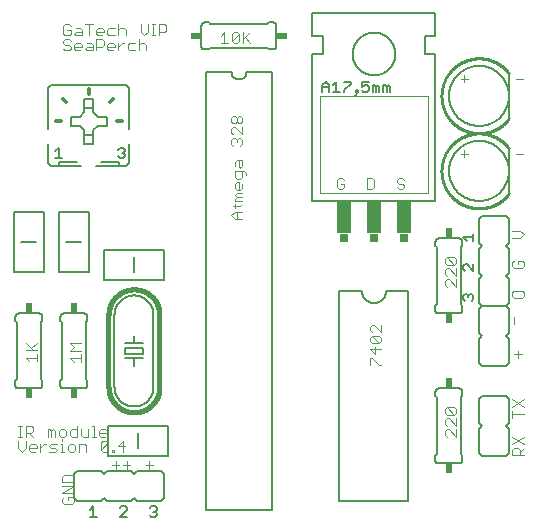
<source format=gto>
G75*
%MOIN*%
%OFA0B0*%
%FSLAX25Y25*%
%IPPOS*%
%LPD*%
%AMOC8*
5,1,8,0,0,1.08239X$1,22.5*
%
%ADD10C,0.00300*%
%ADD11C,0.00600*%
%ADD12C,0.00500*%
%ADD13C,0.00800*%
%ADD14C,0.01000*%
%ADD15R,0.02400X0.03400*%
%ADD16C,0.00200*%
%ADD17R,0.03000X0.02500*%
%ADD18R,0.05000X0.11000*%
%ADD19R,0.03400X0.02400*%
%ADD20C,0.01600*%
%ADD21C,0.01200*%
D10*
X0022947Y0008017D02*
X0023564Y0007400D01*
X0026033Y0007400D01*
X0026650Y0008017D01*
X0026650Y0009252D01*
X0026033Y0009869D01*
X0024798Y0009869D01*
X0024798Y0008634D01*
X0023564Y0009869D02*
X0022947Y0009252D01*
X0022947Y0008017D01*
X0022947Y0011083D02*
X0026650Y0013552D01*
X0022947Y0013552D01*
X0022947Y0014766D02*
X0022947Y0016618D01*
X0023564Y0017235D01*
X0026033Y0017235D01*
X0026650Y0016618D01*
X0026650Y0014766D01*
X0022947Y0014766D01*
X0022947Y0011083D02*
X0026650Y0011083D01*
X0039450Y0020502D02*
X0041919Y0020502D01*
X0043133Y0020502D02*
X0045602Y0020502D01*
X0044368Y0021736D02*
X0044368Y0019267D01*
X0040684Y0019267D02*
X0040684Y0021736D01*
X0040124Y0024900D02*
X0039507Y0024900D01*
X0039507Y0025517D01*
X0040124Y0025517D01*
X0040124Y0024900D01*
X0038292Y0025517D02*
X0038292Y0027986D01*
X0035824Y0025517D01*
X0036441Y0024900D01*
X0037675Y0024900D01*
X0038292Y0025517D01*
X0035824Y0025517D02*
X0035824Y0027986D01*
X0036441Y0028603D01*
X0037675Y0028603D01*
X0038292Y0027986D01*
X0037061Y0029900D02*
X0035827Y0029900D01*
X0035210Y0030517D01*
X0035210Y0031752D01*
X0035827Y0032369D01*
X0037061Y0032369D01*
X0037678Y0031752D01*
X0037678Y0031134D01*
X0035210Y0031134D01*
X0033989Y0029900D02*
X0032754Y0029900D01*
X0033371Y0029900D02*
X0033371Y0033603D01*
X0032754Y0033603D01*
X0031540Y0032369D02*
X0031540Y0029900D01*
X0029688Y0029900D01*
X0029071Y0030517D01*
X0029071Y0032369D01*
X0027857Y0032369D02*
X0026005Y0032369D01*
X0025388Y0031752D01*
X0025388Y0030517D01*
X0026005Y0029900D01*
X0027857Y0029900D01*
X0027857Y0033603D01*
X0024174Y0031752D02*
X0023556Y0032369D01*
X0022322Y0032369D01*
X0021705Y0031752D01*
X0021705Y0030517D01*
X0022322Y0029900D01*
X0023556Y0029900D01*
X0024174Y0030517D01*
X0024174Y0031752D01*
X0022936Y0029220D02*
X0022936Y0028603D01*
X0022936Y0027369D02*
X0022936Y0024900D01*
X0022319Y0024900D02*
X0023553Y0024900D01*
X0024774Y0025517D02*
X0025391Y0024900D01*
X0026626Y0024900D01*
X0027243Y0025517D01*
X0027243Y0026752D01*
X0026626Y0027369D01*
X0025391Y0027369D01*
X0024774Y0026752D01*
X0024774Y0025517D01*
X0022936Y0027369D02*
X0022319Y0027369D01*
X0021104Y0027369D02*
X0019253Y0027369D01*
X0018636Y0026752D01*
X0019253Y0026134D01*
X0020487Y0026134D01*
X0021104Y0025517D01*
X0020487Y0024900D01*
X0018636Y0024900D01*
X0017418Y0027369D02*
X0016801Y0027369D01*
X0015566Y0026134D01*
X0014352Y0026134D02*
X0011883Y0026134D01*
X0011883Y0025517D02*
X0011883Y0026752D01*
X0012500Y0027369D01*
X0013735Y0027369D01*
X0014352Y0026752D01*
X0014352Y0026134D01*
X0013735Y0024900D02*
X0012500Y0024900D01*
X0011883Y0025517D01*
X0010669Y0026134D02*
X0010669Y0028603D01*
X0010655Y0029900D02*
X0010655Y0033603D01*
X0012507Y0033603D01*
X0013124Y0032986D01*
X0013124Y0031752D01*
X0012507Y0031134D01*
X0010655Y0031134D01*
X0011890Y0031134D02*
X0013124Y0029900D01*
X0015566Y0027369D02*
X0015566Y0024900D01*
X0010669Y0026134D02*
X0009434Y0024900D01*
X0008200Y0026134D01*
X0008200Y0028603D01*
X0008200Y0029900D02*
X0009434Y0029900D01*
X0008817Y0029900D02*
X0008817Y0033603D01*
X0008200Y0033603D02*
X0009434Y0033603D01*
X0018022Y0032369D02*
X0018022Y0029900D01*
X0019256Y0029900D02*
X0019256Y0031752D01*
X0019873Y0032369D01*
X0020490Y0031752D01*
X0020490Y0029900D01*
X0019256Y0031752D02*
X0018639Y0032369D01*
X0018022Y0032369D01*
X0028457Y0027369D02*
X0028457Y0024900D01*
X0028457Y0027369D02*
X0030309Y0027369D01*
X0030926Y0026752D01*
X0030926Y0024900D01*
X0041348Y0026752D02*
X0043817Y0026752D01*
X0043200Y0028603D02*
X0043200Y0024900D01*
X0041348Y0026752D02*
X0043200Y0028603D01*
X0051934Y0021736D02*
X0051934Y0019267D01*
X0050700Y0020502D02*
X0053169Y0020502D01*
X0029150Y0054900D02*
X0029150Y0057369D01*
X0029150Y0058583D02*
X0025447Y0058583D01*
X0026681Y0059818D01*
X0025447Y0061052D01*
X0029150Y0061052D01*
X0029150Y0056134D02*
X0025447Y0056134D01*
X0026681Y0054900D01*
X0014400Y0055034D02*
X0014400Y0057502D01*
X0014400Y0058717D02*
X0010697Y0058717D01*
X0012548Y0059334D02*
X0014400Y0061186D01*
X0013166Y0058717D02*
X0010697Y0061186D01*
X0010697Y0056268D02*
X0014400Y0056268D01*
X0011931Y0055034D02*
X0010697Y0056268D01*
X0079197Y0103634D02*
X0080431Y0104869D01*
X0082900Y0104869D01*
X0081048Y0104869D02*
X0081048Y0102400D01*
X0080431Y0102400D02*
X0079197Y0103634D01*
X0080431Y0102400D02*
X0082900Y0102400D01*
X0080431Y0106083D02*
X0080431Y0107318D01*
X0079814Y0106700D02*
X0082283Y0106700D01*
X0082900Y0107318D01*
X0082900Y0108539D02*
X0080431Y0108539D01*
X0080431Y0109156D01*
X0081048Y0109773D01*
X0080431Y0110390D01*
X0081048Y0111007D01*
X0082900Y0111007D01*
X0082900Y0109773D02*
X0081048Y0109773D01*
X0081048Y0112222D02*
X0080431Y0112839D01*
X0080431Y0114073D01*
X0081048Y0114690D01*
X0081666Y0114690D01*
X0081666Y0112222D01*
X0082283Y0112222D02*
X0081048Y0112222D01*
X0082283Y0112222D02*
X0082900Y0112839D01*
X0082900Y0114073D01*
X0082283Y0115905D02*
X0081048Y0115905D01*
X0080431Y0116522D01*
X0080431Y0118374D01*
X0083517Y0118374D01*
X0084134Y0117756D01*
X0084134Y0117139D01*
X0082900Y0116522D02*
X0082900Y0118374D01*
X0082283Y0119588D02*
X0081666Y0120205D01*
X0081666Y0122057D01*
X0081048Y0122057D02*
X0082900Y0122057D01*
X0082900Y0120205D01*
X0082283Y0119588D01*
X0080431Y0120205D02*
X0080431Y0121440D01*
X0081048Y0122057D01*
X0079814Y0126954D02*
X0079197Y0127571D01*
X0079197Y0128806D01*
X0079814Y0129423D01*
X0080431Y0129423D01*
X0081048Y0128806D01*
X0081666Y0129423D01*
X0082283Y0129423D01*
X0082900Y0128806D01*
X0082900Y0127571D01*
X0082283Y0126954D01*
X0081048Y0128189D02*
X0081048Y0128806D01*
X0079814Y0130637D02*
X0079197Y0131255D01*
X0079197Y0132489D01*
X0079814Y0133106D01*
X0080431Y0133106D01*
X0082900Y0130637D01*
X0082900Y0133106D01*
X0082283Y0134321D02*
X0081666Y0134321D01*
X0081048Y0134938D01*
X0081048Y0136172D01*
X0081666Y0136789D01*
X0082283Y0136789D01*
X0082900Y0136172D01*
X0082900Y0134938D01*
X0082283Y0134321D01*
X0081048Y0134938D02*
X0080431Y0134321D01*
X0079814Y0134321D01*
X0079197Y0134938D01*
X0079197Y0136172D01*
X0079814Y0136789D01*
X0080431Y0136789D01*
X0081048Y0136172D01*
X0082900Y0116522D02*
X0082283Y0115905D01*
X0114450Y0115486D02*
X0114450Y0113017D01*
X0115067Y0112400D01*
X0116302Y0112400D01*
X0116919Y0113017D01*
X0116919Y0114252D01*
X0115684Y0114252D01*
X0114450Y0115486D02*
X0115067Y0116103D01*
X0116302Y0116103D01*
X0116919Y0115486D01*
X0124450Y0116103D02*
X0124450Y0112400D01*
X0126302Y0112400D01*
X0126919Y0113017D01*
X0126919Y0115486D01*
X0126302Y0116103D01*
X0124450Y0116103D01*
X0134450Y0115486D02*
X0134450Y0114869D01*
X0135067Y0114252D01*
X0136302Y0114252D01*
X0136919Y0113634D01*
X0136919Y0113017D01*
X0136302Y0112400D01*
X0135067Y0112400D01*
X0134450Y0113017D01*
X0134450Y0115486D02*
X0135067Y0116103D01*
X0136302Y0116103D01*
X0136919Y0115486D01*
X0155700Y0124252D02*
X0158169Y0124252D01*
X0156934Y0125486D02*
X0156934Y0123017D01*
X0174116Y0124252D02*
X0176584Y0124252D01*
X0156934Y0148017D02*
X0156934Y0150486D01*
X0155700Y0149252D02*
X0158169Y0149252D01*
X0174116Y0149252D02*
X0176584Y0149252D01*
X0175416Y0098619D02*
X0172947Y0098619D01*
X0175416Y0098619D02*
X0176650Y0097384D01*
X0175416Y0096150D01*
X0172947Y0096150D01*
X0173564Y0088619D02*
X0172947Y0088002D01*
X0172947Y0086767D01*
X0173564Y0086150D01*
X0176033Y0086150D01*
X0176650Y0086767D01*
X0176650Y0088002D01*
X0176033Y0088619D01*
X0174798Y0088619D01*
X0174798Y0087384D01*
X0173564Y0078619D02*
X0172947Y0078002D01*
X0172947Y0076767D01*
X0173564Y0076150D01*
X0176033Y0076150D01*
X0176650Y0076767D01*
X0176650Y0078002D01*
X0176033Y0078619D01*
X0173564Y0078619D01*
X0173548Y0069869D02*
X0173548Y0067400D01*
X0174798Y0058619D02*
X0174798Y0056150D01*
X0173564Y0057384D02*
X0176033Y0057384D01*
X0176650Y0042302D02*
X0172947Y0039833D01*
X0172947Y0038619D02*
X0172947Y0036150D01*
X0172947Y0037384D02*
X0176650Y0037384D01*
X0176650Y0039833D02*
X0172947Y0042302D01*
X0172947Y0029802D02*
X0176650Y0027333D01*
X0176650Y0026119D02*
X0175416Y0024884D01*
X0175416Y0025502D02*
X0175416Y0023650D01*
X0176650Y0023650D02*
X0172947Y0023650D01*
X0172947Y0025502D01*
X0173564Y0026119D01*
X0174798Y0026119D01*
X0175416Y0025502D01*
X0172947Y0027333D02*
X0176650Y0029802D01*
X0154150Y0029900D02*
X0151681Y0032369D01*
X0151064Y0032369D01*
X0150447Y0031752D01*
X0150447Y0030517D01*
X0151064Y0029900D01*
X0154150Y0029900D02*
X0154150Y0032369D01*
X0154150Y0033583D02*
X0151681Y0036052D01*
X0151064Y0036052D01*
X0150447Y0035435D01*
X0150447Y0034200D01*
X0151064Y0033583D01*
X0154150Y0033583D02*
X0154150Y0036052D01*
X0153533Y0037266D02*
X0151064Y0037266D01*
X0150447Y0037883D01*
X0150447Y0039118D01*
X0151064Y0039735D01*
X0153533Y0037266D01*
X0154150Y0037883D01*
X0154150Y0039118D01*
X0153533Y0039735D01*
X0151064Y0039735D01*
X0129150Y0053650D02*
X0128533Y0053650D01*
X0126064Y0056119D01*
X0125447Y0056119D01*
X0125447Y0053650D01*
X0127298Y0057333D02*
X0127298Y0059802D01*
X0126064Y0061016D02*
X0125447Y0061633D01*
X0125447Y0062868D01*
X0126064Y0063485D01*
X0128533Y0061016D01*
X0129150Y0061633D01*
X0129150Y0062868D01*
X0128533Y0063485D01*
X0126064Y0063485D01*
X0126064Y0064699D02*
X0125447Y0065317D01*
X0125447Y0066551D01*
X0126064Y0067168D01*
X0126681Y0067168D01*
X0129150Y0064699D01*
X0129150Y0067168D01*
X0128533Y0061016D02*
X0126064Y0061016D01*
X0125447Y0059185D02*
X0127298Y0057333D01*
X0125447Y0059185D02*
X0129150Y0059185D01*
X0150447Y0080517D02*
X0151064Y0079900D01*
X0150447Y0080517D02*
X0150447Y0081752D01*
X0151064Y0082369D01*
X0151681Y0082369D01*
X0154150Y0079900D01*
X0154150Y0082369D01*
X0154150Y0083583D02*
X0151681Y0086052D01*
X0151064Y0086052D01*
X0150447Y0085435D01*
X0150447Y0084200D01*
X0151064Y0083583D01*
X0154150Y0083583D02*
X0154150Y0086052D01*
X0153533Y0087266D02*
X0151064Y0087266D01*
X0150447Y0087883D01*
X0150447Y0089118D01*
X0151064Y0089735D01*
X0153533Y0087266D01*
X0154150Y0087883D01*
X0154150Y0089118D01*
X0153533Y0089735D01*
X0151064Y0089735D01*
X0085535Y0161150D02*
X0083683Y0163002D01*
X0083066Y0162384D02*
X0085535Y0164853D01*
X0083066Y0164853D02*
X0083066Y0161150D01*
X0081852Y0161767D02*
X0081235Y0161150D01*
X0080000Y0161150D01*
X0079383Y0161767D01*
X0081852Y0164236D01*
X0081852Y0161767D01*
X0079383Y0161767D02*
X0079383Y0164236D01*
X0080000Y0164853D01*
X0081235Y0164853D01*
X0081852Y0164236D01*
X0078169Y0161150D02*
X0075700Y0161150D01*
X0076934Y0161150D02*
X0076934Y0164853D01*
X0075700Y0163619D01*
X0057589Y0165502D02*
X0056972Y0164884D01*
X0055121Y0164884D01*
X0055121Y0163650D02*
X0055121Y0167353D01*
X0056972Y0167353D01*
X0057589Y0166736D01*
X0057589Y0165502D01*
X0053900Y0167353D02*
X0052665Y0167353D01*
X0053282Y0167353D02*
X0053282Y0163650D01*
X0052665Y0163650D02*
X0053900Y0163650D01*
X0051451Y0164884D02*
X0051451Y0167353D01*
X0051451Y0164884D02*
X0050216Y0163650D01*
X0048982Y0164884D01*
X0048982Y0167353D01*
X0048368Y0162353D02*
X0048368Y0158650D01*
X0047154Y0158650D02*
X0045302Y0158650D01*
X0044685Y0159267D01*
X0044685Y0160502D01*
X0045302Y0161119D01*
X0047154Y0161119D01*
X0048368Y0160502D02*
X0048985Y0161119D01*
X0050220Y0161119D01*
X0050837Y0160502D01*
X0050837Y0158650D01*
X0043467Y0161119D02*
X0042850Y0161119D01*
X0041616Y0159884D01*
X0040401Y0159884D02*
X0037933Y0159884D01*
X0037933Y0159267D02*
X0037933Y0160502D01*
X0038550Y0161119D01*
X0039784Y0161119D01*
X0040401Y0160502D01*
X0040401Y0159884D01*
X0039784Y0158650D02*
X0038550Y0158650D01*
X0037933Y0159267D01*
X0036718Y0160502D02*
X0036101Y0159884D01*
X0034249Y0159884D01*
X0033035Y0159884D02*
X0031183Y0159884D01*
X0030566Y0159267D01*
X0031183Y0158650D01*
X0033035Y0158650D01*
X0033035Y0160502D01*
X0032418Y0161119D01*
X0031183Y0161119D01*
X0029352Y0160502D02*
X0029352Y0159884D01*
X0026883Y0159884D01*
X0026883Y0159267D02*
X0026883Y0160502D01*
X0027500Y0161119D01*
X0028735Y0161119D01*
X0029352Y0160502D01*
X0028735Y0158650D02*
X0027500Y0158650D01*
X0026883Y0159267D01*
X0025669Y0159267D02*
X0025052Y0158650D01*
X0023817Y0158650D01*
X0023200Y0159267D01*
X0023817Y0160502D02*
X0023200Y0161119D01*
X0023200Y0161736D01*
X0023817Y0162353D01*
X0025052Y0162353D01*
X0025669Y0161736D01*
X0025052Y0160502D02*
X0025669Y0159884D01*
X0025669Y0159267D01*
X0025052Y0160502D02*
X0023817Y0160502D01*
X0023817Y0163650D02*
X0023200Y0164267D01*
X0023200Y0166736D01*
X0023817Y0167353D01*
X0025052Y0167353D01*
X0025669Y0166736D01*
X0025669Y0165502D02*
X0024434Y0165502D01*
X0025669Y0165502D02*
X0025669Y0164267D01*
X0025052Y0163650D01*
X0023817Y0163650D01*
X0026883Y0164267D02*
X0027500Y0164884D01*
X0029352Y0164884D01*
X0029352Y0165502D02*
X0029352Y0163650D01*
X0027500Y0163650D01*
X0026883Y0164267D01*
X0027500Y0166119D02*
X0028735Y0166119D01*
X0029352Y0165502D01*
X0030566Y0167353D02*
X0033035Y0167353D01*
X0031801Y0167353D02*
X0031801Y0163650D01*
X0034249Y0164267D02*
X0034249Y0165502D01*
X0034867Y0166119D01*
X0036101Y0166119D01*
X0036718Y0165502D01*
X0036718Y0164884D01*
X0034249Y0164884D01*
X0034249Y0164267D02*
X0034867Y0163650D01*
X0036101Y0163650D01*
X0036101Y0162353D02*
X0034249Y0162353D01*
X0034249Y0158650D01*
X0036718Y0160502D02*
X0036718Y0161736D01*
X0036101Y0162353D01*
X0037933Y0164267D02*
X0038550Y0163650D01*
X0040401Y0163650D01*
X0041616Y0163650D02*
X0041616Y0167353D01*
X0042233Y0166119D02*
X0043467Y0166119D01*
X0044084Y0165502D01*
X0044084Y0163650D01*
X0041616Y0165502D02*
X0042233Y0166119D01*
X0040401Y0166119D02*
X0038550Y0166119D01*
X0037933Y0165502D01*
X0037933Y0164267D01*
X0041616Y0161119D02*
X0041616Y0158650D01*
D11*
X0044300Y0147000D02*
X0045300Y0146000D01*
X0045300Y0132500D01*
X0045300Y0127500D02*
X0045300Y0121000D01*
X0044300Y0120000D01*
X0041800Y0120000D01*
X0034300Y0120000D01*
X0035800Y0121500D02*
X0041800Y0121500D01*
X0041800Y0120000D01*
X0033300Y0127500D02*
X0033300Y0130500D01*
X0033300Y0132000D01*
X0034800Y0133500D01*
X0037800Y0133500D01*
X0037800Y0136500D01*
X0034800Y0136500D01*
X0033300Y0138000D01*
X0033300Y0139500D01*
X0033300Y0142500D01*
X0030300Y0142500D01*
X0030300Y0139500D01*
X0030300Y0138000D01*
X0028800Y0136500D01*
X0025800Y0136500D01*
X0025800Y0133500D01*
X0028800Y0133500D01*
X0030300Y0132000D01*
X0030300Y0130500D01*
X0030300Y0127500D01*
X0033300Y0127500D01*
X0033300Y0130500D02*
X0030300Y0130500D01*
X0030300Y0139500D02*
X0033300Y0139500D01*
X0044300Y0147000D02*
X0019300Y0147000D01*
X0018300Y0146000D01*
X0018300Y0132500D01*
X0018300Y0127500D02*
X0018300Y0121000D01*
X0019300Y0120000D01*
X0021800Y0120000D01*
X0029300Y0120000D01*
X0027800Y0121500D02*
X0021800Y0121500D01*
X0021800Y0120000D01*
X0069300Y0160000D02*
X0069300Y0167000D01*
X0069302Y0167060D01*
X0069307Y0167121D01*
X0069316Y0167180D01*
X0069329Y0167239D01*
X0069345Y0167298D01*
X0069365Y0167355D01*
X0069388Y0167410D01*
X0069415Y0167465D01*
X0069444Y0167517D01*
X0069477Y0167568D01*
X0069513Y0167617D01*
X0069551Y0167663D01*
X0069593Y0167707D01*
X0069637Y0167749D01*
X0069683Y0167787D01*
X0069732Y0167823D01*
X0069783Y0167856D01*
X0069835Y0167885D01*
X0069890Y0167912D01*
X0069945Y0167935D01*
X0070002Y0167955D01*
X0070061Y0167971D01*
X0070120Y0167984D01*
X0070179Y0167993D01*
X0070240Y0167998D01*
X0070300Y0168000D01*
X0071800Y0168000D01*
X0072300Y0167500D01*
X0091300Y0167500D01*
X0091800Y0168000D01*
X0093300Y0168000D01*
X0093360Y0167998D01*
X0093421Y0167993D01*
X0093480Y0167984D01*
X0093539Y0167971D01*
X0093598Y0167955D01*
X0093655Y0167935D01*
X0093710Y0167912D01*
X0093765Y0167885D01*
X0093817Y0167856D01*
X0093868Y0167823D01*
X0093917Y0167787D01*
X0093963Y0167749D01*
X0094007Y0167707D01*
X0094049Y0167663D01*
X0094087Y0167617D01*
X0094123Y0167568D01*
X0094156Y0167517D01*
X0094185Y0167465D01*
X0094212Y0167410D01*
X0094235Y0167355D01*
X0094255Y0167298D01*
X0094271Y0167239D01*
X0094284Y0167180D01*
X0094293Y0167121D01*
X0094298Y0167060D01*
X0094300Y0167000D01*
X0094300Y0160000D01*
X0094298Y0159940D01*
X0094293Y0159879D01*
X0094284Y0159820D01*
X0094271Y0159761D01*
X0094255Y0159702D01*
X0094235Y0159645D01*
X0094212Y0159590D01*
X0094185Y0159535D01*
X0094156Y0159483D01*
X0094123Y0159432D01*
X0094087Y0159383D01*
X0094049Y0159337D01*
X0094007Y0159293D01*
X0093963Y0159251D01*
X0093917Y0159213D01*
X0093868Y0159177D01*
X0093817Y0159144D01*
X0093765Y0159115D01*
X0093710Y0159088D01*
X0093655Y0159065D01*
X0093598Y0159045D01*
X0093539Y0159029D01*
X0093480Y0159016D01*
X0093421Y0159007D01*
X0093360Y0159002D01*
X0093300Y0159000D01*
X0091800Y0159000D01*
X0091300Y0159500D01*
X0072300Y0159500D01*
X0071800Y0159000D01*
X0070300Y0159000D01*
X0070240Y0159002D01*
X0070179Y0159007D01*
X0070120Y0159016D01*
X0070061Y0159029D01*
X0070002Y0159045D01*
X0069945Y0159065D01*
X0069890Y0159088D01*
X0069835Y0159115D01*
X0069783Y0159144D01*
X0069732Y0159177D01*
X0069683Y0159213D01*
X0069637Y0159251D01*
X0069593Y0159293D01*
X0069551Y0159337D01*
X0069513Y0159383D01*
X0069477Y0159432D01*
X0069444Y0159483D01*
X0069415Y0159535D01*
X0069388Y0159590D01*
X0069365Y0159645D01*
X0069345Y0159702D01*
X0069329Y0159761D01*
X0069316Y0159820D01*
X0069307Y0159879D01*
X0069302Y0159940D01*
X0069300Y0160000D01*
X0070800Y0151500D02*
X0070800Y0005500D01*
X0092800Y0005500D01*
X0092800Y0151500D01*
X0084300Y0151500D01*
X0084298Y0151402D01*
X0084292Y0151304D01*
X0084283Y0151206D01*
X0084269Y0151109D01*
X0084252Y0151012D01*
X0084231Y0150916D01*
X0084206Y0150821D01*
X0084178Y0150727D01*
X0084145Y0150635D01*
X0084110Y0150543D01*
X0084070Y0150453D01*
X0084028Y0150365D01*
X0083981Y0150278D01*
X0083932Y0150194D01*
X0083879Y0150111D01*
X0083823Y0150031D01*
X0083763Y0149952D01*
X0083701Y0149876D01*
X0083636Y0149803D01*
X0083568Y0149732D01*
X0083497Y0149664D01*
X0083424Y0149599D01*
X0083348Y0149537D01*
X0083269Y0149477D01*
X0083189Y0149421D01*
X0083106Y0149368D01*
X0083022Y0149319D01*
X0082935Y0149272D01*
X0082847Y0149230D01*
X0082757Y0149190D01*
X0082665Y0149155D01*
X0082573Y0149122D01*
X0082479Y0149094D01*
X0082384Y0149069D01*
X0082288Y0149048D01*
X0082191Y0149031D01*
X0082094Y0149017D01*
X0081996Y0149008D01*
X0081898Y0149002D01*
X0081800Y0149000D01*
X0081702Y0149002D01*
X0081604Y0149008D01*
X0081506Y0149017D01*
X0081409Y0149031D01*
X0081312Y0149048D01*
X0081216Y0149069D01*
X0081121Y0149094D01*
X0081027Y0149122D01*
X0080935Y0149155D01*
X0080843Y0149190D01*
X0080753Y0149230D01*
X0080665Y0149272D01*
X0080578Y0149319D01*
X0080494Y0149368D01*
X0080411Y0149421D01*
X0080331Y0149477D01*
X0080252Y0149537D01*
X0080176Y0149599D01*
X0080103Y0149664D01*
X0080032Y0149732D01*
X0079964Y0149803D01*
X0079899Y0149876D01*
X0079837Y0149952D01*
X0079777Y0150031D01*
X0079721Y0150111D01*
X0079668Y0150194D01*
X0079619Y0150278D01*
X0079572Y0150365D01*
X0079530Y0150453D01*
X0079490Y0150543D01*
X0079455Y0150635D01*
X0079422Y0150727D01*
X0079394Y0150821D01*
X0079369Y0150916D01*
X0079348Y0151012D01*
X0079331Y0151109D01*
X0079317Y0151206D01*
X0079308Y0151304D01*
X0079302Y0151402D01*
X0079300Y0151500D01*
X0070800Y0151500D01*
X0147300Y0095000D02*
X0147300Y0093500D01*
X0147800Y0093000D01*
X0147800Y0074000D01*
X0147300Y0073500D01*
X0147300Y0072000D01*
X0147302Y0071940D01*
X0147307Y0071879D01*
X0147316Y0071820D01*
X0147329Y0071761D01*
X0147345Y0071702D01*
X0147365Y0071645D01*
X0147388Y0071590D01*
X0147415Y0071535D01*
X0147444Y0071483D01*
X0147477Y0071432D01*
X0147513Y0071383D01*
X0147551Y0071337D01*
X0147593Y0071293D01*
X0147637Y0071251D01*
X0147683Y0071213D01*
X0147732Y0071177D01*
X0147783Y0071144D01*
X0147835Y0071115D01*
X0147890Y0071088D01*
X0147945Y0071065D01*
X0148002Y0071045D01*
X0148061Y0071029D01*
X0148120Y0071016D01*
X0148179Y0071007D01*
X0148240Y0071002D01*
X0148300Y0071000D01*
X0155300Y0071000D01*
X0155360Y0071002D01*
X0155421Y0071007D01*
X0155480Y0071016D01*
X0155539Y0071029D01*
X0155598Y0071045D01*
X0155655Y0071065D01*
X0155710Y0071088D01*
X0155765Y0071115D01*
X0155817Y0071144D01*
X0155868Y0071177D01*
X0155917Y0071213D01*
X0155963Y0071251D01*
X0156007Y0071293D01*
X0156049Y0071337D01*
X0156087Y0071383D01*
X0156123Y0071432D01*
X0156156Y0071483D01*
X0156185Y0071535D01*
X0156212Y0071590D01*
X0156235Y0071645D01*
X0156255Y0071702D01*
X0156271Y0071761D01*
X0156284Y0071820D01*
X0156293Y0071879D01*
X0156298Y0071940D01*
X0156300Y0072000D01*
X0156300Y0073500D01*
X0155800Y0074000D01*
X0155800Y0093000D01*
X0156300Y0093500D01*
X0156300Y0095000D01*
X0156298Y0095060D01*
X0156293Y0095121D01*
X0156284Y0095180D01*
X0156271Y0095239D01*
X0156255Y0095298D01*
X0156235Y0095355D01*
X0156212Y0095410D01*
X0156185Y0095465D01*
X0156156Y0095517D01*
X0156123Y0095568D01*
X0156087Y0095617D01*
X0156049Y0095663D01*
X0156007Y0095707D01*
X0155963Y0095749D01*
X0155917Y0095787D01*
X0155868Y0095823D01*
X0155817Y0095856D01*
X0155765Y0095885D01*
X0155710Y0095912D01*
X0155655Y0095935D01*
X0155598Y0095955D01*
X0155539Y0095971D01*
X0155480Y0095984D01*
X0155421Y0095993D01*
X0155360Y0095998D01*
X0155300Y0096000D01*
X0148300Y0096000D01*
X0148240Y0095998D01*
X0148179Y0095993D01*
X0148120Y0095984D01*
X0148061Y0095971D01*
X0148002Y0095955D01*
X0147945Y0095935D01*
X0147890Y0095912D01*
X0147835Y0095885D01*
X0147783Y0095856D01*
X0147732Y0095823D01*
X0147683Y0095787D01*
X0147637Y0095749D01*
X0147593Y0095707D01*
X0147551Y0095663D01*
X0147513Y0095617D01*
X0147477Y0095568D01*
X0147444Y0095517D01*
X0147415Y0095465D01*
X0147388Y0095410D01*
X0147365Y0095355D01*
X0147345Y0095298D01*
X0147329Y0095239D01*
X0147316Y0095180D01*
X0147307Y0095121D01*
X0147302Y0095060D01*
X0147300Y0095000D01*
X0161800Y0094500D02*
X0161800Y0102500D01*
X0162800Y0103500D01*
X0170800Y0103500D01*
X0171800Y0102500D01*
X0171800Y0094500D01*
X0170800Y0093500D01*
X0171800Y0092500D01*
X0171800Y0084500D01*
X0170800Y0083500D01*
X0171800Y0082500D01*
X0171800Y0074500D01*
X0170800Y0073500D01*
X0162800Y0073500D01*
X0161800Y0072500D01*
X0161800Y0064500D01*
X0162800Y0063500D01*
X0161800Y0062500D01*
X0161800Y0054500D01*
X0162800Y0053500D01*
X0170800Y0053500D01*
X0171800Y0054500D01*
X0171800Y0062500D01*
X0170800Y0063500D01*
X0171800Y0064500D01*
X0171800Y0072500D01*
X0170800Y0073500D01*
X0162800Y0073500D01*
X0161800Y0074500D01*
X0161800Y0082500D01*
X0162800Y0083500D01*
X0161800Y0084500D01*
X0161800Y0092500D01*
X0162800Y0093500D01*
X0161800Y0094500D01*
X0138300Y0078500D02*
X0130800Y0078500D01*
X0130798Y0078374D01*
X0130792Y0078249D01*
X0130782Y0078124D01*
X0130768Y0077999D01*
X0130751Y0077874D01*
X0130729Y0077750D01*
X0130704Y0077627D01*
X0130674Y0077505D01*
X0130641Y0077384D01*
X0130604Y0077264D01*
X0130564Y0077145D01*
X0130519Y0077028D01*
X0130471Y0076911D01*
X0130419Y0076797D01*
X0130364Y0076684D01*
X0130305Y0076573D01*
X0130243Y0076464D01*
X0130177Y0076357D01*
X0130108Y0076252D01*
X0130036Y0076149D01*
X0129961Y0076048D01*
X0129882Y0075950D01*
X0129800Y0075855D01*
X0129716Y0075762D01*
X0129628Y0075672D01*
X0129538Y0075584D01*
X0129445Y0075500D01*
X0129350Y0075418D01*
X0129252Y0075339D01*
X0129151Y0075264D01*
X0129048Y0075192D01*
X0128943Y0075123D01*
X0128836Y0075057D01*
X0128727Y0074995D01*
X0128616Y0074936D01*
X0128503Y0074881D01*
X0128389Y0074829D01*
X0128272Y0074781D01*
X0128155Y0074736D01*
X0128036Y0074696D01*
X0127916Y0074659D01*
X0127795Y0074626D01*
X0127673Y0074596D01*
X0127550Y0074571D01*
X0127426Y0074549D01*
X0127301Y0074532D01*
X0127176Y0074518D01*
X0127051Y0074508D01*
X0126926Y0074502D01*
X0126800Y0074500D01*
X0126674Y0074502D01*
X0126549Y0074508D01*
X0126424Y0074518D01*
X0126299Y0074532D01*
X0126174Y0074549D01*
X0126050Y0074571D01*
X0125927Y0074596D01*
X0125805Y0074626D01*
X0125684Y0074659D01*
X0125564Y0074696D01*
X0125445Y0074736D01*
X0125328Y0074781D01*
X0125211Y0074829D01*
X0125097Y0074881D01*
X0124984Y0074936D01*
X0124873Y0074995D01*
X0124764Y0075057D01*
X0124657Y0075123D01*
X0124552Y0075192D01*
X0124449Y0075264D01*
X0124348Y0075339D01*
X0124250Y0075418D01*
X0124155Y0075500D01*
X0124062Y0075584D01*
X0123972Y0075672D01*
X0123884Y0075762D01*
X0123800Y0075855D01*
X0123718Y0075950D01*
X0123639Y0076048D01*
X0123564Y0076149D01*
X0123492Y0076252D01*
X0123423Y0076357D01*
X0123357Y0076464D01*
X0123295Y0076573D01*
X0123236Y0076684D01*
X0123181Y0076797D01*
X0123129Y0076911D01*
X0123081Y0077028D01*
X0123036Y0077145D01*
X0122996Y0077264D01*
X0122959Y0077384D01*
X0122926Y0077505D01*
X0122896Y0077627D01*
X0122871Y0077750D01*
X0122849Y0077874D01*
X0122832Y0077999D01*
X0122818Y0078124D01*
X0122808Y0078249D01*
X0122802Y0078374D01*
X0122800Y0078500D01*
X0115300Y0078500D01*
X0115300Y0008500D01*
X0138300Y0008500D01*
X0138300Y0078500D01*
X0148300Y0046000D02*
X0155300Y0046000D01*
X0155360Y0045998D01*
X0155421Y0045993D01*
X0155480Y0045984D01*
X0155539Y0045971D01*
X0155598Y0045955D01*
X0155655Y0045935D01*
X0155710Y0045912D01*
X0155765Y0045885D01*
X0155817Y0045856D01*
X0155868Y0045823D01*
X0155917Y0045787D01*
X0155963Y0045749D01*
X0156007Y0045707D01*
X0156049Y0045663D01*
X0156087Y0045617D01*
X0156123Y0045568D01*
X0156156Y0045517D01*
X0156185Y0045465D01*
X0156212Y0045410D01*
X0156235Y0045355D01*
X0156255Y0045298D01*
X0156271Y0045239D01*
X0156284Y0045180D01*
X0156293Y0045121D01*
X0156298Y0045060D01*
X0156300Y0045000D01*
X0156300Y0043500D01*
X0155800Y0043000D01*
X0155800Y0024000D01*
X0156300Y0023500D01*
X0156300Y0022000D01*
X0156298Y0021940D01*
X0156293Y0021879D01*
X0156284Y0021820D01*
X0156271Y0021761D01*
X0156255Y0021702D01*
X0156235Y0021645D01*
X0156212Y0021590D01*
X0156185Y0021535D01*
X0156156Y0021483D01*
X0156123Y0021432D01*
X0156087Y0021383D01*
X0156049Y0021337D01*
X0156007Y0021293D01*
X0155963Y0021251D01*
X0155917Y0021213D01*
X0155868Y0021177D01*
X0155817Y0021144D01*
X0155765Y0021115D01*
X0155710Y0021088D01*
X0155655Y0021065D01*
X0155598Y0021045D01*
X0155539Y0021029D01*
X0155480Y0021016D01*
X0155421Y0021007D01*
X0155360Y0021002D01*
X0155300Y0021000D01*
X0148300Y0021000D01*
X0148240Y0021002D01*
X0148179Y0021007D01*
X0148120Y0021016D01*
X0148061Y0021029D01*
X0148002Y0021045D01*
X0147945Y0021065D01*
X0147890Y0021088D01*
X0147835Y0021115D01*
X0147783Y0021144D01*
X0147732Y0021177D01*
X0147683Y0021213D01*
X0147637Y0021251D01*
X0147593Y0021293D01*
X0147551Y0021337D01*
X0147513Y0021383D01*
X0147477Y0021432D01*
X0147444Y0021483D01*
X0147415Y0021535D01*
X0147388Y0021590D01*
X0147365Y0021645D01*
X0147345Y0021702D01*
X0147329Y0021761D01*
X0147316Y0021820D01*
X0147307Y0021879D01*
X0147302Y0021940D01*
X0147300Y0022000D01*
X0147300Y0023500D01*
X0147800Y0024000D01*
X0147800Y0043000D01*
X0147300Y0043500D01*
X0147300Y0045000D01*
X0147302Y0045060D01*
X0147307Y0045121D01*
X0147316Y0045180D01*
X0147329Y0045239D01*
X0147345Y0045298D01*
X0147365Y0045355D01*
X0147388Y0045410D01*
X0147415Y0045465D01*
X0147444Y0045517D01*
X0147477Y0045568D01*
X0147513Y0045617D01*
X0147551Y0045663D01*
X0147593Y0045707D01*
X0147637Y0045749D01*
X0147683Y0045787D01*
X0147732Y0045823D01*
X0147783Y0045856D01*
X0147835Y0045885D01*
X0147890Y0045912D01*
X0147945Y0045935D01*
X0148002Y0045955D01*
X0148061Y0045971D01*
X0148120Y0045984D01*
X0148179Y0045993D01*
X0148240Y0045998D01*
X0148300Y0046000D01*
X0161800Y0042500D02*
X0161800Y0034500D01*
X0162800Y0033500D01*
X0161800Y0032500D01*
X0161800Y0024500D01*
X0162800Y0023500D01*
X0170800Y0023500D01*
X0171800Y0024500D01*
X0171800Y0032500D01*
X0170800Y0033500D01*
X0171800Y0034500D01*
X0171800Y0042500D01*
X0170800Y0043500D01*
X0162800Y0043500D01*
X0161800Y0042500D01*
X0151800Y0118500D02*
X0151803Y0118745D01*
X0151812Y0118991D01*
X0151827Y0119236D01*
X0151848Y0119480D01*
X0151875Y0119724D01*
X0151908Y0119967D01*
X0151947Y0120210D01*
X0151992Y0120451D01*
X0152043Y0120691D01*
X0152100Y0120930D01*
X0152162Y0121167D01*
X0152231Y0121403D01*
X0152305Y0121637D01*
X0152385Y0121869D01*
X0152470Y0122099D01*
X0152561Y0122327D01*
X0152658Y0122552D01*
X0152760Y0122776D01*
X0152868Y0122996D01*
X0152981Y0123214D01*
X0153099Y0123429D01*
X0153223Y0123641D01*
X0153351Y0123850D01*
X0153485Y0124056D01*
X0153624Y0124258D01*
X0153768Y0124457D01*
X0153917Y0124652D01*
X0154070Y0124844D01*
X0154228Y0125032D01*
X0154390Y0125216D01*
X0154558Y0125395D01*
X0154729Y0125571D01*
X0154905Y0125742D01*
X0155084Y0125910D01*
X0155268Y0126072D01*
X0155456Y0126230D01*
X0155648Y0126383D01*
X0155843Y0126532D01*
X0156042Y0126676D01*
X0156244Y0126815D01*
X0156450Y0126949D01*
X0156659Y0127077D01*
X0156871Y0127201D01*
X0157086Y0127319D01*
X0157304Y0127432D01*
X0157524Y0127540D01*
X0157748Y0127642D01*
X0157973Y0127739D01*
X0158201Y0127830D01*
X0158431Y0127915D01*
X0158663Y0127995D01*
X0158897Y0128069D01*
X0159133Y0128138D01*
X0159370Y0128200D01*
X0159609Y0128257D01*
X0159849Y0128308D01*
X0160090Y0128353D01*
X0160333Y0128392D01*
X0160576Y0128425D01*
X0160820Y0128452D01*
X0161064Y0128473D01*
X0161309Y0128488D01*
X0161555Y0128497D01*
X0161800Y0128500D01*
X0162045Y0128497D01*
X0162291Y0128488D01*
X0162536Y0128473D01*
X0162780Y0128452D01*
X0163024Y0128425D01*
X0163267Y0128392D01*
X0163510Y0128353D01*
X0163751Y0128308D01*
X0163991Y0128257D01*
X0164230Y0128200D01*
X0164467Y0128138D01*
X0164703Y0128069D01*
X0164937Y0127995D01*
X0165169Y0127915D01*
X0165399Y0127830D01*
X0165627Y0127739D01*
X0165852Y0127642D01*
X0166076Y0127540D01*
X0166296Y0127432D01*
X0166514Y0127319D01*
X0166729Y0127201D01*
X0166941Y0127077D01*
X0167150Y0126949D01*
X0167356Y0126815D01*
X0167558Y0126676D01*
X0167757Y0126532D01*
X0167952Y0126383D01*
X0168144Y0126230D01*
X0168332Y0126072D01*
X0168516Y0125910D01*
X0168695Y0125742D01*
X0168871Y0125571D01*
X0169042Y0125395D01*
X0169210Y0125216D01*
X0169372Y0125032D01*
X0169530Y0124844D01*
X0169683Y0124652D01*
X0169832Y0124457D01*
X0169976Y0124258D01*
X0170115Y0124056D01*
X0170249Y0123850D01*
X0170377Y0123641D01*
X0170501Y0123429D01*
X0170619Y0123214D01*
X0170732Y0122996D01*
X0170840Y0122776D01*
X0170942Y0122552D01*
X0171039Y0122327D01*
X0171130Y0122099D01*
X0171215Y0121869D01*
X0171295Y0121637D01*
X0171369Y0121403D01*
X0171438Y0121167D01*
X0171500Y0120930D01*
X0171557Y0120691D01*
X0171608Y0120451D01*
X0171653Y0120210D01*
X0171692Y0119967D01*
X0171725Y0119724D01*
X0171752Y0119480D01*
X0171773Y0119236D01*
X0171788Y0118991D01*
X0171797Y0118745D01*
X0171800Y0118500D01*
X0171797Y0118255D01*
X0171788Y0118009D01*
X0171773Y0117764D01*
X0171752Y0117520D01*
X0171725Y0117276D01*
X0171692Y0117033D01*
X0171653Y0116790D01*
X0171608Y0116549D01*
X0171557Y0116309D01*
X0171500Y0116070D01*
X0171438Y0115833D01*
X0171369Y0115597D01*
X0171295Y0115363D01*
X0171215Y0115131D01*
X0171130Y0114901D01*
X0171039Y0114673D01*
X0170942Y0114448D01*
X0170840Y0114224D01*
X0170732Y0114004D01*
X0170619Y0113786D01*
X0170501Y0113571D01*
X0170377Y0113359D01*
X0170249Y0113150D01*
X0170115Y0112944D01*
X0169976Y0112742D01*
X0169832Y0112543D01*
X0169683Y0112348D01*
X0169530Y0112156D01*
X0169372Y0111968D01*
X0169210Y0111784D01*
X0169042Y0111605D01*
X0168871Y0111429D01*
X0168695Y0111258D01*
X0168516Y0111090D01*
X0168332Y0110928D01*
X0168144Y0110770D01*
X0167952Y0110617D01*
X0167757Y0110468D01*
X0167558Y0110324D01*
X0167356Y0110185D01*
X0167150Y0110051D01*
X0166941Y0109923D01*
X0166729Y0109799D01*
X0166514Y0109681D01*
X0166296Y0109568D01*
X0166076Y0109460D01*
X0165852Y0109358D01*
X0165627Y0109261D01*
X0165399Y0109170D01*
X0165169Y0109085D01*
X0164937Y0109005D01*
X0164703Y0108931D01*
X0164467Y0108862D01*
X0164230Y0108800D01*
X0163991Y0108743D01*
X0163751Y0108692D01*
X0163510Y0108647D01*
X0163267Y0108608D01*
X0163024Y0108575D01*
X0162780Y0108548D01*
X0162536Y0108527D01*
X0162291Y0108512D01*
X0162045Y0108503D01*
X0161800Y0108500D01*
X0161555Y0108503D01*
X0161309Y0108512D01*
X0161064Y0108527D01*
X0160820Y0108548D01*
X0160576Y0108575D01*
X0160333Y0108608D01*
X0160090Y0108647D01*
X0159849Y0108692D01*
X0159609Y0108743D01*
X0159370Y0108800D01*
X0159133Y0108862D01*
X0158897Y0108931D01*
X0158663Y0109005D01*
X0158431Y0109085D01*
X0158201Y0109170D01*
X0157973Y0109261D01*
X0157748Y0109358D01*
X0157524Y0109460D01*
X0157304Y0109568D01*
X0157086Y0109681D01*
X0156871Y0109799D01*
X0156659Y0109923D01*
X0156450Y0110051D01*
X0156244Y0110185D01*
X0156042Y0110324D01*
X0155843Y0110468D01*
X0155648Y0110617D01*
X0155456Y0110770D01*
X0155268Y0110928D01*
X0155084Y0111090D01*
X0154905Y0111258D01*
X0154729Y0111429D01*
X0154558Y0111605D01*
X0154390Y0111784D01*
X0154228Y0111968D01*
X0154070Y0112156D01*
X0153917Y0112348D01*
X0153768Y0112543D01*
X0153624Y0112742D01*
X0153485Y0112944D01*
X0153351Y0113150D01*
X0153223Y0113359D01*
X0153099Y0113571D01*
X0152981Y0113786D01*
X0152868Y0114004D01*
X0152760Y0114224D01*
X0152658Y0114448D01*
X0152561Y0114673D01*
X0152470Y0114901D01*
X0152385Y0115131D01*
X0152305Y0115363D01*
X0152231Y0115597D01*
X0152162Y0115833D01*
X0152100Y0116070D01*
X0152043Y0116309D01*
X0151992Y0116549D01*
X0151947Y0116790D01*
X0151908Y0117033D01*
X0151875Y0117276D01*
X0151848Y0117520D01*
X0151827Y0117764D01*
X0151812Y0118009D01*
X0151803Y0118255D01*
X0151800Y0118500D01*
X0151800Y0143500D02*
X0151803Y0143745D01*
X0151812Y0143991D01*
X0151827Y0144236D01*
X0151848Y0144480D01*
X0151875Y0144724D01*
X0151908Y0144967D01*
X0151947Y0145210D01*
X0151992Y0145451D01*
X0152043Y0145691D01*
X0152100Y0145930D01*
X0152162Y0146167D01*
X0152231Y0146403D01*
X0152305Y0146637D01*
X0152385Y0146869D01*
X0152470Y0147099D01*
X0152561Y0147327D01*
X0152658Y0147552D01*
X0152760Y0147776D01*
X0152868Y0147996D01*
X0152981Y0148214D01*
X0153099Y0148429D01*
X0153223Y0148641D01*
X0153351Y0148850D01*
X0153485Y0149056D01*
X0153624Y0149258D01*
X0153768Y0149457D01*
X0153917Y0149652D01*
X0154070Y0149844D01*
X0154228Y0150032D01*
X0154390Y0150216D01*
X0154558Y0150395D01*
X0154729Y0150571D01*
X0154905Y0150742D01*
X0155084Y0150910D01*
X0155268Y0151072D01*
X0155456Y0151230D01*
X0155648Y0151383D01*
X0155843Y0151532D01*
X0156042Y0151676D01*
X0156244Y0151815D01*
X0156450Y0151949D01*
X0156659Y0152077D01*
X0156871Y0152201D01*
X0157086Y0152319D01*
X0157304Y0152432D01*
X0157524Y0152540D01*
X0157748Y0152642D01*
X0157973Y0152739D01*
X0158201Y0152830D01*
X0158431Y0152915D01*
X0158663Y0152995D01*
X0158897Y0153069D01*
X0159133Y0153138D01*
X0159370Y0153200D01*
X0159609Y0153257D01*
X0159849Y0153308D01*
X0160090Y0153353D01*
X0160333Y0153392D01*
X0160576Y0153425D01*
X0160820Y0153452D01*
X0161064Y0153473D01*
X0161309Y0153488D01*
X0161555Y0153497D01*
X0161800Y0153500D01*
X0162045Y0153497D01*
X0162291Y0153488D01*
X0162536Y0153473D01*
X0162780Y0153452D01*
X0163024Y0153425D01*
X0163267Y0153392D01*
X0163510Y0153353D01*
X0163751Y0153308D01*
X0163991Y0153257D01*
X0164230Y0153200D01*
X0164467Y0153138D01*
X0164703Y0153069D01*
X0164937Y0152995D01*
X0165169Y0152915D01*
X0165399Y0152830D01*
X0165627Y0152739D01*
X0165852Y0152642D01*
X0166076Y0152540D01*
X0166296Y0152432D01*
X0166514Y0152319D01*
X0166729Y0152201D01*
X0166941Y0152077D01*
X0167150Y0151949D01*
X0167356Y0151815D01*
X0167558Y0151676D01*
X0167757Y0151532D01*
X0167952Y0151383D01*
X0168144Y0151230D01*
X0168332Y0151072D01*
X0168516Y0150910D01*
X0168695Y0150742D01*
X0168871Y0150571D01*
X0169042Y0150395D01*
X0169210Y0150216D01*
X0169372Y0150032D01*
X0169530Y0149844D01*
X0169683Y0149652D01*
X0169832Y0149457D01*
X0169976Y0149258D01*
X0170115Y0149056D01*
X0170249Y0148850D01*
X0170377Y0148641D01*
X0170501Y0148429D01*
X0170619Y0148214D01*
X0170732Y0147996D01*
X0170840Y0147776D01*
X0170942Y0147552D01*
X0171039Y0147327D01*
X0171130Y0147099D01*
X0171215Y0146869D01*
X0171295Y0146637D01*
X0171369Y0146403D01*
X0171438Y0146167D01*
X0171500Y0145930D01*
X0171557Y0145691D01*
X0171608Y0145451D01*
X0171653Y0145210D01*
X0171692Y0144967D01*
X0171725Y0144724D01*
X0171752Y0144480D01*
X0171773Y0144236D01*
X0171788Y0143991D01*
X0171797Y0143745D01*
X0171800Y0143500D01*
X0171797Y0143255D01*
X0171788Y0143009D01*
X0171773Y0142764D01*
X0171752Y0142520D01*
X0171725Y0142276D01*
X0171692Y0142033D01*
X0171653Y0141790D01*
X0171608Y0141549D01*
X0171557Y0141309D01*
X0171500Y0141070D01*
X0171438Y0140833D01*
X0171369Y0140597D01*
X0171295Y0140363D01*
X0171215Y0140131D01*
X0171130Y0139901D01*
X0171039Y0139673D01*
X0170942Y0139448D01*
X0170840Y0139224D01*
X0170732Y0139004D01*
X0170619Y0138786D01*
X0170501Y0138571D01*
X0170377Y0138359D01*
X0170249Y0138150D01*
X0170115Y0137944D01*
X0169976Y0137742D01*
X0169832Y0137543D01*
X0169683Y0137348D01*
X0169530Y0137156D01*
X0169372Y0136968D01*
X0169210Y0136784D01*
X0169042Y0136605D01*
X0168871Y0136429D01*
X0168695Y0136258D01*
X0168516Y0136090D01*
X0168332Y0135928D01*
X0168144Y0135770D01*
X0167952Y0135617D01*
X0167757Y0135468D01*
X0167558Y0135324D01*
X0167356Y0135185D01*
X0167150Y0135051D01*
X0166941Y0134923D01*
X0166729Y0134799D01*
X0166514Y0134681D01*
X0166296Y0134568D01*
X0166076Y0134460D01*
X0165852Y0134358D01*
X0165627Y0134261D01*
X0165399Y0134170D01*
X0165169Y0134085D01*
X0164937Y0134005D01*
X0164703Y0133931D01*
X0164467Y0133862D01*
X0164230Y0133800D01*
X0163991Y0133743D01*
X0163751Y0133692D01*
X0163510Y0133647D01*
X0163267Y0133608D01*
X0163024Y0133575D01*
X0162780Y0133548D01*
X0162536Y0133527D01*
X0162291Y0133512D01*
X0162045Y0133503D01*
X0161800Y0133500D01*
X0161555Y0133503D01*
X0161309Y0133512D01*
X0161064Y0133527D01*
X0160820Y0133548D01*
X0160576Y0133575D01*
X0160333Y0133608D01*
X0160090Y0133647D01*
X0159849Y0133692D01*
X0159609Y0133743D01*
X0159370Y0133800D01*
X0159133Y0133862D01*
X0158897Y0133931D01*
X0158663Y0134005D01*
X0158431Y0134085D01*
X0158201Y0134170D01*
X0157973Y0134261D01*
X0157748Y0134358D01*
X0157524Y0134460D01*
X0157304Y0134568D01*
X0157086Y0134681D01*
X0156871Y0134799D01*
X0156659Y0134923D01*
X0156450Y0135051D01*
X0156244Y0135185D01*
X0156042Y0135324D01*
X0155843Y0135468D01*
X0155648Y0135617D01*
X0155456Y0135770D01*
X0155268Y0135928D01*
X0155084Y0136090D01*
X0154905Y0136258D01*
X0154729Y0136429D01*
X0154558Y0136605D01*
X0154390Y0136784D01*
X0154228Y0136968D01*
X0154070Y0137156D01*
X0153917Y0137348D01*
X0153768Y0137543D01*
X0153624Y0137742D01*
X0153485Y0137944D01*
X0153351Y0138150D01*
X0153223Y0138359D01*
X0153099Y0138571D01*
X0152981Y0138786D01*
X0152868Y0139004D01*
X0152760Y0139224D01*
X0152658Y0139448D01*
X0152561Y0139673D01*
X0152470Y0139901D01*
X0152385Y0140131D01*
X0152305Y0140363D01*
X0152231Y0140597D01*
X0152162Y0140833D01*
X0152100Y0141070D01*
X0152043Y0141309D01*
X0151992Y0141549D01*
X0151947Y0141790D01*
X0151908Y0142033D01*
X0151875Y0142276D01*
X0151848Y0142520D01*
X0151827Y0142764D01*
X0151812Y0143009D01*
X0151803Y0143255D01*
X0151800Y0143500D01*
X0053300Y0070500D02*
X0053300Y0046500D01*
X0053298Y0046340D01*
X0053292Y0046181D01*
X0053282Y0046022D01*
X0053269Y0045863D01*
X0053251Y0045704D01*
X0053230Y0045546D01*
X0053204Y0045389D01*
X0053175Y0045232D01*
X0053142Y0045076D01*
X0053105Y0044921D01*
X0053065Y0044766D01*
X0053020Y0044613D01*
X0052972Y0044461D01*
X0052920Y0044310D01*
X0052864Y0044161D01*
X0052805Y0044013D01*
X0052742Y0043866D01*
X0052676Y0043721D01*
X0052606Y0043578D01*
X0052532Y0043436D01*
X0052456Y0043296D01*
X0052375Y0043158D01*
X0052292Y0043023D01*
X0052205Y0042889D01*
X0052114Y0042757D01*
X0052021Y0042628D01*
X0051924Y0042501D01*
X0051825Y0042376D01*
X0051722Y0042254D01*
X0051616Y0042135D01*
X0051508Y0042018D01*
X0051396Y0041904D01*
X0051282Y0041792D01*
X0051165Y0041684D01*
X0051046Y0041578D01*
X0050924Y0041475D01*
X0050799Y0041376D01*
X0050672Y0041279D01*
X0050543Y0041186D01*
X0050411Y0041095D01*
X0050277Y0041008D01*
X0050142Y0040925D01*
X0050004Y0040844D01*
X0049864Y0040768D01*
X0049722Y0040694D01*
X0049579Y0040624D01*
X0049434Y0040558D01*
X0049287Y0040495D01*
X0049139Y0040436D01*
X0048990Y0040380D01*
X0048839Y0040328D01*
X0048687Y0040280D01*
X0048534Y0040235D01*
X0048379Y0040195D01*
X0048224Y0040158D01*
X0048068Y0040125D01*
X0047911Y0040096D01*
X0047754Y0040070D01*
X0047596Y0040049D01*
X0047437Y0040031D01*
X0047278Y0040018D01*
X0047119Y0040008D01*
X0046960Y0040002D01*
X0046800Y0040000D01*
X0046640Y0040002D01*
X0046481Y0040008D01*
X0046322Y0040018D01*
X0046163Y0040031D01*
X0046004Y0040049D01*
X0045846Y0040070D01*
X0045689Y0040096D01*
X0045532Y0040125D01*
X0045376Y0040158D01*
X0045221Y0040195D01*
X0045066Y0040235D01*
X0044913Y0040280D01*
X0044761Y0040328D01*
X0044610Y0040380D01*
X0044461Y0040436D01*
X0044313Y0040495D01*
X0044166Y0040558D01*
X0044021Y0040624D01*
X0043878Y0040694D01*
X0043736Y0040768D01*
X0043596Y0040844D01*
X0043458Y0040925D01*
X0043323Y0041008D01*
X0043189Y0041095D01*
X0043057Y0041186D01*
X0042928Y0041279D01*
X0042801Y0041376D01*
X0042676Y0041475D01*
X0042554Y0041578D01*
X0042435Y0041684D01*
X0042318Y0041792D01*
X0042204Y0041904D01*
X0042092Y0042018D01*
X0041984Y0042135D01*
X0041878Y0042254D01*
X0041775Y0042376D01*
X0041676Y0042501D01*
X0041579Y0042628D01*
X0041486Y0042757D01*
X0041395Y0042889D01*
X0041308Y0043023D01*
X0041225Y0043158D01*
X0041144Y0043296D01*
X0041068Y0043436D01*
X0040994Y0043578D01*
X0040924Y0043721D01*
X0040858Y0043866D01*
X0040795Y0044013D01*
X0040736Y0044161D01*
X0040680Y0044310D01*
X0040628Y0044461D01*
X0040580Y0044613D01*
X0040535Y0044766D01*
X0040495Y0044921D01*
X0040458Y0045076D01*
X0040425Y0045232D01*
X0040396Y0045389D01*
X0040370Y0045546D01*
X0040349Y0045704D01*
X0040331Y0045863D01*
X0040318Y0046022D01*
X0040308Y0046181D01*
X0040302Y0046340D01*
X0040300Y0046500D01*
X0040300Y0070500D01*
X0040302Y0070660D01*
X0040308Y0070819D01*
X0040318Y0070978D01*
X0040331Y0071137D01*
X0040349Y0071296D01*
X0040370Y0071454D01*
X0040396Y0071611D01*
X0040425Y0071768D01*
X0040458Y0071924D01*
X0040495Y0072079D01*
X0040535Y0072234D01*
X0040580Y0072387D01*
X0040628Y0072539D01*
X0040680Y0072690D01*
X0040736Y0072839D01*
X0040795Y0072987D01*
X0040858Y0073134D01*
X0040924Y0073279D01*
X0040994Y0073422D01*
X0041068Y0073564D01*
X0041144Y0073704D01*
X0041225Y0073842D01*
X0041308Y0073977D01*
X0041395Y0074111D01*
X0041486Y0074243D01*
X0041579Y0074372D01*
X0041676Y0074499D01*
X0041775Y0074624D01*
X0041878Y0074746D01*
X0041984Y0074865D01*
X0042092Y0074982D01*
X0042204Y0075096D01*
X0042318Y0075208D01*
X0042435Y0075316D01*
X0042554Y0075422D01*
X0042676Y0075525D01*
X0042801Y0075624D01*
X0042928Y0075721D01*
X0043057Y0075814D01*
X0043189Y0075905D01*
X0043323Y0075992D01*
X0043458Y0076075D01*
X0043596Y0076156D01*
X0043736Y0076232D01*
X0043878Y0076306D01*
X0044021Y0076376D01*
X0044166Y0076442D01*
X0044313Y0076505D01*
X0044461Y0076564D01*
X0044610Y0076620D01*
X0044761Y0076672D01*
X0044913Y0076720D01*
X0045066Y0076765D01*
X0045221Y0076805D01*
X0045376Y0076842D01*
X0045532Y0076875D01*
X0045689Y0076904D01*
X0045846Y0076930D01*
X0046004Y0076951D01*
X0046163Y0076969D01*
X0046322Y0076982D01*
X0046481Y0076992D01*
X0046640Y0076998D01*
X0046800Y0077000D01*
X0046960Y0076998D01*
X0047119Y0076992D01*
X0047278Y0076982D01*
X0047437Y0076969D01*
X0047596Y0076951D01*
X0047754Y0076930D01*
X0047911Y0076904D01*
X0048068Y0076875D01*
X0048224Y0076842D01*
X0048379Y0076805D01*
X0048534Y0076765D01*
X0048687Y0076720D01*
X0048839Y0076672D01*
X0048990Y0076620D01*
X0049139Y0076564D01*
X0049287Y0076505D01*
X0049434Y0076442D01*
X0049579Y0076376D01*
X0049722Y0076306D01*
X0049864Y0076232D01*
X0050004Y0076156D01*
X0050142Y0076075D01*
X0050277Y0075992D01*
X0050411Y0075905D01*
X0050543Y0075814D01*
X0050672Y0075721D01*
X0050799Y0075624D01*
X0050924Y0075525D01*
X0051046Y0075422D01*
X0051165Y0075316D01*
X0051282Y0075208D01*
X0051396Y0075096D01*
X0051508Y0074982D01*
X0051616Y0074865D01*
X0051722Y0074746D01*
X0051825Y0074624D01*
X0051924Y0074499D01*
X0052021Y0074372D01*
X0052114Y0074243D01*
X0052205Y0074111D01*
X0052292Y0073977D01*
X0052375Y0073842D01*
X0052456Y0073704D01*
X0052532Y0073564D01*
X0052606Y0073422D01*
X0052676Y0073279D01*
X0052742Y0073134D01*
X0052805Y0072987D01*
X0052864Y0072839D01*
X0052920Y0072690D01*
X0052972Y0072539D01*
X0053020Y0072387D01*
X0053065Y0072234D01*
X0053105Y0072079D01*
X0053142Y0071924D01*
X0053175Y0071768D01*
X0053204Y0071611D01*
X0053230Y0071454D01*
X0053251Y0071296D01*
X0053269Y0071137D01*
X0053282Y0070978D01*
X0053292Y0070819D01*
X0053298Y0070660D01*
X0053300Y0070500D01*
X0046800Y0063500D02*
X0046800Y0061000D01*
X0043800Y0061000D01*
X0043800Y0059500D02*
X0049800Y0059500D01*
X0049800Y0057500D01*
X0043800Y0057500D01*
X0043800Y0059500D01*
X0046800Y0061000D02*
X0049800Y0061000D01*
X0049800Y0056000D02*
X0046800Y0056000D01*
X0046800Y0053500D01*
X0046800Y0056000D02*
X0043800Y0056000D01*
X0031300Y0048500D02*
X0031300Y0047000D01*
X0031298Y0046940D01*
X0031293Y0046879D01*
X0031284Y0046820D01*
X0031271Y0046761D01*
X0031255Y0046702D01*
X0031235Y0046645D01*
X0031212Y0046590D01*
X0031185Y0046535D01*
X0031156Y0046483D01*
X0031123Y0046432D01*
X0031087Y0046383D01*
X0031049Y0046337D01*
X0031007Y0046293D01*
X0030963Y0046251D01*
X0030917Y0046213D01*
X0030868Y0046177D01*
X0030817Y0046144D01*
X0030765Y0046115D01*
X0030710Y0046088D01*
X0030655Y0046065D01*
X0030598Y0046045D01*
X0030539Y0046029D01*
X0030480Y0046016D01*
X0030421Y0046007D01*
X0030360Y0046002D01*
X0030300Y0046000D01*
X0023300Y0046000D01*
X0023240Y0046002D01*
X0023179Y0046007D01*
X0023120Y0046016D01*
X0023061Y0046029D01*
X0023002Y0046045D01*
X0022945Y0046065D01*
X0022890Y0046088D01*
X0022835Y0046115D01*
X0022783Y0046144D01*
X0022732Y0046177D01*
X0022683Y0046213D01*
X0022637Y0046251D01*
X0022593Y0046293D01*
X0022551Y0046337D01*
X0022513Y0046383D01*
X0022477Y0046432D01*
X0022444Y0046483D01*
X0022415Y0046535D01*
X0022388Y0046590D01*
X0022365Y0046645D01*
X0022345Y0046702D01*
X0022329Y0046761D01*
X0022316Y0046820D01*
X0022307Y0046879D01*
X0022302Y0046940D01*
X0022300Y0047000D01*
X0022300Y0048500D01*
X0022800Y0049000D01*
X0022800Y0068000D01*
X0022300Y0068500D01*
X0022300Y0070000D01*
X0022302Y0070060D01*
X0022307Y0070121D01*
X0022316Y0070180D01*
X0022329Y0070239D01*
X0022345Y0070298D01*
X0022365Y0070355D01*
X0022388Y0070410D01*
X0022415Y0070465D01*
X0022444Y0070517D01*
X0022477Y0070568D01*
X0022513Y0070617D01*
X0022551Y0070663D01*
X0022593Y0070707D01*
X0022637Y0070749D01*
X0022683Y0070787D01*
X0022732Y0070823D01*
X0022783Y0070856D01*
X0022835Y0070885D01*
X0022890Y0070912D01*
X0022945Y0070935D01*
X0023002Y0070955D01*
X0023061Y0070971D01*
X0023120Y0070984D01*
X0023179Y0070993D01*
X0023240Y0070998D01*
X0023300Y0071000D01*
X0030300Y0071000D01*
X0030360Y0070998D01*
X0030421Y0070993D01*
X0030480Y0070984D01*
X0030539Y0070971D01*
X0030598Y0070955D01*
X0030655Y0070935D01*
X0030710Y0070912D01*
X0030765Y0070885D01*
X0030817Y0070856D01*
X0030868Y0070823D01*
X0030917Y0070787D01*
X0030963Y0070749D01*
X0031007Y0070707D01*
X0031049Y0070663D01*
X0031087Y0070617D01*
X0031123Y0070568D01*
X0031156Y0070517D01*
X0031185Y0070465D01*
X0031212Y0070410D01*
X0031235Y0070355D01*
X0031255Y0070298D01*
X0031271Y0070239D01*
X0031284Y0070180D01*
X0031293Y0070121D01*
X0031298Y0070060D01*
X0031300Y0070000D01*
X0031300Y0068500D01*
X0030800Y0068000D01*
X0030800Y0049000D01*
X0031300Y0048500D01*
X0016300Y0048500D02*
X0016300Y0047000D01*
X0016298Y0046940D01*
X0016293Y0046879D01*
X0016284Y0046820D01*
X0016271Y0046761D01*
X0016255Y0046702D01*
X0016235Y0046645D01*
X0016212Y0046590D01*
X0016185Y0046535D01*
X0016156Y0046483D01*
X0016123Y0046432D01*
X0016087Y0046383D01*
X0016049Y0046337D01*
X0016007Y0046293D01*
X0015963Y0046251D01*
X0015917Y0046213D01*
X0015868Y0046177D01*
X0015817Y0046144D01*
X0015765Y0046115D01*
X0015710Y0046088D01*
X0015655Y0046065D01*
X0015598Y0046045D01*
X0015539Y0046029D01*
X0015480Y0046016D01*
X0015421Y0046007D01*
X0015360Y0046002D01*
X0015300Y0046000D01*
X0008300Y0046000D01*
X0008240Y0046002D01*
X0008179Y0046007D01*
X0008120Y0046016D01*
X0008061Y0046029D01*
X0008002Y0046045D01*
X0007945Y0046065D01*
X0007890Y0046088D01*
X0007835Y0046115D01*
X0007783Y0046144D01*
X0007732Y0046177D01*
X0007683Y0046213D01*
X0007637Y0046251D01*
X0007593Y0046293D01*
X0007551Y0046337D01*
X0007513Y0046383D01*
X0007477Y0046432D01*
X0007444Y0046483D01*
X0007415Y0046535D01*
X0007388Y0046590D01*
X0007365Y0046645D01*
X0007345Y0046702D01*
X0007329Y0046761D01*
X0007316Y0046820D01*
X0007307Y0046879D01*
X0007302Y0046940D01*
X0007300Y0047000D01*
X0007300Y0048500D01*
X0007800Y0049000D01*
X0007800Y0068000D01*
X0007300Y0068500D01*
X0007300Y0070000D01*
X0007302Y0070060D01*
X0007307Y0070121D01*
X0007316Y0070180D01*
X0007329Y0070239D01*
X0007345Y0070298D01*
X0007365Y0070355D01*
X0007388Y0070410D01*
X0007415Y0070465D01*
X0007444Y0070517D01*
X0007477Y0070568D01*
X0007513Y0070617D01*
X0007551Y0070663D01*
X0007593Y0070707D01*
X0007637Y0070749D01*
X0007683Y0070787D01*
X0007732Y0070823D01*
X0007783Y0070856D01*
X0007835Y0070885D01*
X0007890Y0070912D01*
X0007945Y0070935D01*
X0008002Y0070955D01*
X0008061Y0070971D01*
X0008120Y0070984D01*
X0008179Y0070993D01*
X0008240Y0070998D01*
X0008300Y0071000D01*
X0015300Y0071000D01*
X0015360Y0070998D01*
X0015421Y0070993D01*
X0015480Y0070984D01*
X0015539Y0070971D01*
X0015598Y0070955D01*
X0015655Y0070935D01*
X0015710Y0070912D01*
X0015765Y0070885D01*
X0015817Y0070856D01*
X0015868Y0070823D01*
X0015917Y0070787D01*
X0015963Y0070749D01*
X0016007Y0070707D01*
X0016049Y0070663D01*
X0016087Y0070617D01*
X0016123Y0070568D01*
X0016156Y0070517D01*
X0016185Y0070465D01*
X0016212Y0070410D01*
X0016235Y0070355D01*
X0016255Y0070298D01*
X0016271Y0070239D01*
X0016284Y0070180D01*
X0016293Y0070121D01*
X0016298Y0070060D01*
X0016300Y0070000D01*
X0016300Y0068500D01*
X0015800Y0068000D01*
X0015800Y0049000D01*
X0016300Y0048500D01*
X0027800Y0018500D02*
X0035800Y0018500D01*
X0036800Y0017500D01*
X0037800Y0018500D01*
X0045800Y0018500D01*
X0046800Y0017500D01*
X0047800Y0018500D01*
X0055800Y0018500D01*
X0056800Y0017500D01*
X0056800Y0009500D01*
X0055800Y0008500D01*
X0047800Y0008500D01*
X0046800Y0009500D01*
X0045800Y0008500D01*
X0037800Y0008500D01*
X0036800Y0009500D01*
X0035800Y0008500D01*
X0027800Y0008500D01*
X0026800Y0009500D01*
X0026800Y0017500D01*
X0027800Y0018500D01*
D12*
X0033184Y0006653D02*
X0033184Y0003250D01*
X0032050Y0003250D02*
X0034319Y0003250D01*
X0032050Y0005519D02*
X0033184Y0006653D01*
X0042050Y0006086D02*
X0042617Y0006653D01*
X0043751Y0006653D01*
X0044319Y0006086D01*
X0044319Y0005519D01*
X0042050Y0003250D01*
X0044319Y0003250D01*
X0052050Y0003817D02*
X0052617Y0003250D01*
X0053751Y0003250D01*
X0054319Y0003817D01*
X0054319Y0004384D01*
X0053751Y0004951D01*
X0053184Y0004951D01*
X0053751Y0004951D02*
X0054319Y0005519D01*
X0054319Y0006086D01*
X0053751Y0006653D01*
X0052617Y0006653D01*
X0052050Y0006086D01*
X0156547Y0075726D02*
X0156547Y0076860D01*
X0157114Y0077428D01*
X0157681Y0077428D01*
X0158249Y0076860D01*
X0158816Y0077428D01*
X0159383Y0077428D01*
X0159950Y0076860D01*
X0159950Y0075726D01*
X0159383Y0075159D01*
X0158249Y0076293D02*
X0158249Y0076860D01*
X0157114Y0075159D02*
X0156547Y0075726D01*
X0157114Y0085159D02*
X0156547Y0085726D01*
X0156547Y0086860D01*
X0157114Y0087428D01*
X0157681Y0087428D01*
X0159950Y0085159D01*
X0159950Y0087428D01*
X0159950Y0095159D02*
X0159950Y0097428D01*
X0159950Y0096293D02*
X0156547Y0096293D01*
X0157681Y0095159D01*
X0147300Y0108500D02*
X0147300Y0157500D01*
X0143800Y0157500D01*
X0143800Y0163500D01*
X0147300Y0163500D01*
X0147300Y0171000D01*
X0106300Y0171000D01*
X0106300Y0163500D01*
X0109800Y0163500D01*
X0109800Y0157500D01*
X0106300Y0157500D01*
X0106300Y0108500D01*
X0147300Y0108500D01*
X0132168Y0144750D02*
X0132168Y0146451D01*
X0131601Y0147019D01*
X0131034Y0146451D01*
X0131034Y0144750D01*
X0129899Y0144750D02*
X0129899Y0147019D01*
X0130467Y0147019D01*
X0131034Y0146451D01*
X0128577Y0146451D02*
X0128577Y0144750D01*
X0127443Y0144750D02*
X0127443Y0146451D01*
X0128010Y0147019D01*
X0128577Y0146451D01*
X0127443Y0146451D02*
X0126875Y0147019D01*
X0126308Y0147019D01*
X0126308Y0144750D01*
X0124986Y0145317D02*
X0124419Y0144750D01*
X0123284Y0144750D01*
X0122717Y0145317D01*
X0122717Y0146451D02*
X0123852Y0147019D01*
X0124419Y0147019D01*
X0124986Y0146451D01*
X0124986Y0145317D01*
X0122717Y0146451D02*
X0122717Y0148153D01*
X0124986Y0148153D01*
X0121458Y0145317D02*
X0120890Y0145317D01*
X0120890Y0144750D01*
X0121458Y0144750D01*
X0121458Y0145317D01*
X0121458Y0144750D02*
X0120323Y0143616D01*
X0116732Y0144750D02*
X0116732Y0145317D01*
X0119001Y0147586D01*
X0119001Y0148153D01*
X0116732Y0148153D01*
X0114275Y0148153D02*
X0114275Y0144750D01*
X0113141Y0144750D02*
X0115410Y0144750D01*
X0113141Y0147019D02*
X0114275Y0148153D01*
X0111819Y0147019D02*
X0111819Y0144750D01*
X0111819Y0146451D02*
X0109550Y0146451D01*
X0109550Y0147019D02*
X0110684Y0148153D01*
X0111819Y0147019D01*
X0109550Y0147019D02*
X0109550Y0144750D01*
X0119700Y0157500D02*
X0119702Y0157674D01*
X0119709Y0157848D01*
X0119719Y0158022D01*
X0119734Y0158196D01*
X0119753Y0158369D01*
X0119777Y0158542D01*
X0119805Y0158714D01*
X0119836Y0158885D01*
X0119873Y0159056D01*
X0119913Y0159225D01*
X0119957Y0159394D01*
X0120006Y0159561D01*
X0120058Y0159727D01*
X0120115Y0159892D01*
X0120176Y0160055D01*
X0120240Y0160217D01*
X0120309Y0160377D01*
X0120382Y0160536D01*
X0120458Y0160692D01*
X0120538Y0160847D01*
X0120622Y0161000D01*
X0120710Y0161150D01*
X0120802Y0161298D01*
X0120897Y0161445D01*
X0120995Y0161588D01*
X0121097Y0161729D01*
X0121203Y0161868D01*
X0121312Y0162004D01*
X0121424Y0162138D01*
X0121539Y0162268D01*
X0121658Y0162396D01*
X0121780Y0162520D01*
X0121904Y0162642D01*
X0122032Y0162761D01*
X0122162Y0162876D01*
X0122296Y0162988D01*
X0122432Y0163097D01*
X0122571Y0163203D01*
X0122712Y0163305D01*
X0122855Y0163403D01*
X0123002Y0163498D01*
X0123150Y0163590D01*
X0123300Y0163678D01*
X0123453Y0163762D01*
X0123608Y0163842D01*
X0123764Y0163918D01*
X0123923Y0163991D01*
X0124083Y0164060D01*
X0124245Y0164124D01*
X0124408Y0164185D01*
X0124573Y0164242D01*
X0124739Y0164294D01*
X0124906Y0164343D01*
X0125075Y0164387D01*
X0125244Y0164427D01*
X0125415Y0164464D01*
X0125586Y0164495D01*
X0125758Y0164523D01*
X0125931Y0164547D01*
X0126104Y0164566D01*
X0126278Y0164581D01*
X0126452Y0164591D01*
X0126626Y0164598D01*
X0126800Y0164600D01*
X0126974Y0164598D01*
X0127148Y0164591D01*
X0127322Y0164581D01*
X0127496Y0164566D01*
X0127669Y0164547D01*
X0127842Y0164523D01*
X0128014Y0164495D01*
X0128185Y0164464D01*
X0128356Y0164427D01*
X0128525Y0164387D01*
X0128694Y0164343D01*
X0128861Y0164294D01*
X0129027Y0164242D01*
X0129192Y0164185D01*
X0129355Y0164124D01*
X0129517Y0164060D01*
X0129677Y0163991D01*
X0129836Y0163918D01*
X0129992Y0163842D01*
X0130147Y0163762D01*
X0130300Y0163678D01*
X0130450Y0163590D01*
X0130598Y0163498D01*
X0130745Y0163403D01*
X0130888Y0163305D01*
X0131029Y0163203D01*
X0131168Y0163097D01*
X0131304Y0162988D01*
X0131438Y0162876D01*
X0131568Y0162761D01*
X0131696Y0162642D01*
X0131820Y0162520D01*
X0131942Y0162396D01*
X0132061Y0162268D01*
X0132176Y0162138D01*
X0132288Y0162004D01*
X0132397Y0161868D01*
X0132503Y0161729D01*
X0132605Y0161588D01*
X0132703Y0161445D01*
X0132798Y0161298D01*
X0132890Y0161150D01*
X0132978Y0161000D01*
X0133062Y0160847D01*
X0133142Y0160692D01*
X0133218Y0160536D01*
X0133291Y0160377D01*
X0133360Y0160217D01*
X0133424Y0160055D01*
X0133485Y0159892D01*
X0133542Y0159727D01*
X0133594Y0159561D01*
X0133643Y0159394D01*
X0133687Y0159225D01*
X0133727Y0159056D01*
X0133764Y0158885D01*
X0133795Y0158714D01*
X0133823Y0158542D01*
X0133847Y0158369D01*
X0133866Y0158196D01*
X0133881Y0158022D01*
X0133891Y0157848D01*
X0133898Y0157674D01*
X0133900Y0157500D01*
X0133898Y0157326D01*
X0133891Y0157152D01*
X0133881Y0156978D01*
X0133866Y0156804D01*
X0133847Y0156631D01*
X0133823Y0156458D01*
X0133795Y0156286D01*
X0133764Y0156115D01*
X0133727Y0155944D01*
X0133687Y0155775D01*
X0133643Y0155606D01*
X0133594Y0155439D01*
X0133542Y0155273D01*
X0133485Y0155108D01*
X0133424Y0154945D01*
X0133360Y0154783D01*
X0133291Y0154623D01*
X0133218Y0154464D01*
X0133142Y0154308D01*
X0133062Y0154153D01*
X0132978Y0154000D01*
X0132890Y0153850D01*
X0132798Y0153702D01*
X0132703Y0153555D01*
X0132605Y0153412D01*
X0132503Y0153271D01*
X0132397Y0153132D01*
X0132288Y0152996D01*
X0132176Y0152862D01*
X0132061Y0152732D01*
X0131942Y0152604D01*
X0131820Y0152480D01*
X0131696Y0152358D01*
X0131568Y0152239D01*
X0131438Y0152124D01*
X0131304Y0152012D01*
X0131168Y0151903D01*
X0131029Y0151797D01*
X0130888Y0151695D01*
X0130745Y0151597D01*
X0130598Y0151502D01*
X0130450Y0151410D01*
X0130300Y0151322D01*
X0130147Y0151238D01*
X0129992Y0151158D01*
X0129836Y0151082D01*
X0129677Y0151009D01*
X0129517Y0150940D01*
X0129355Y0150876D01*
X0129192Y0150815D01*
X0129027Y0150758D01*
X0128861Y0150706D01*
X0128694Y0150657D01*
X0128525Y0150613D01*
X0128356Y0150573D01*
X0128185Y0150536D01*
X0128014Y0150505D01*
X0127842Y0150477D01*
X0127669Y0150453D01*
X0127496Y0150434D01*
X0127322Y0150419D01*
X0127148Y0150409D01*
X0126974Y0150402D01*
X0126800Y0150400D01*
X0126626Y0150402D01*
X0126452Y0150409D01*
X0126278Y0150419D01*
X0126104Y0150434D01*
X0125931Y0150453D01*
X0125758Y0150477D01*
X0125586Y0150505D01*
X0125415Y0150536D01*
X0125244Y0150573D01*
X0125075Y0150613D01*
X0124906Y0150657D01*
X0124739Y0150706D01*
X0124573Y0150758D01*
X0124408Y0150815D01*
X0124245Y0150876D01*
X0124083Y0150940D01*
X0123923Y0151009D01*
X0123764Y0151082D01*
X0123608Y0151158D01*
X0123453Y0151238D01*
X0123300Y0151322D01*
X0123150Y0151410D01*
X0123002Y0151502D01*
X0122855Y0151597D01*
X0122712Y0151695D01*
X0122571Y0151797D01*
X0122432Y0151903D01*
X0122296Y0152012D01*
X0122162Y0152124D01*
X0122032Y0152239D01*
X0121904Y0152358D01*
X0121780Y0152480D01*
X0121658Y0152604D01*
X0121539Y0152732D01*
X0121424Y0152862D01*
X0121312Y0152996D01*
X0121203Y0153132D01*
X0121097Y0153271D01*
X0120995Y0153412D01*
X0120897Y0153555D01*
X0120802Y0153702D01*
X0120710Y0153850D01*
X0120622Y0154000D01*
X0120538Y0154153D01*
X0120458Y0154308D01*
X0120382Y0154464D01*
X0120309Y0154623D01*
X0120240Y0154783D01*
X0120176Y0154945D01*
X0120115Y0155108D01*
X0120058Y0155273D01*
X0120006Y0155439D01*
X0119957Y0155606D01*
X0119913Y0155775D01*
X0119873Y0155944D01*
X0119836Y0156115D01*
X0119805Y0156286D01*
X0119777Y0156458D01*
X0119753Y0156631D01*
X0119734Y0156804D01*
X0119719Y0156978D01*
X0119709Y0157152D01*
X0119702Y0157326D01*
X0119700Y0157500D01*
X0043819Y0125586D02*
X0043819Y0125019D01*
X0043251Y0124451D01*
X0043819Y0123884D01*
X0043819Y0123317D01*
X0043251Y0122750D01*
X0042117Y0122750D01*
X0041550Y0123317D01*
X0042684Y0124451D02*
X0043251Y0124451D01*
X0043819Y0125586D02*
X0043251Y0126153D01*
X0042117Y0126153D01*
X0041550Y0125586D01*
X0022819Y0122750D02*
X0020550Y0122750D01*
X0021684Y0122750D02*
X0021684Y0126153D01*
X0020550Y0125019D01*
D13*
X0021800Y0104750D02*
X0031800Y0104750D01*
X0031800Y0084750D01*
X0021800Y0084750D01*
X0021800Y0104750D01*
X0016800Y0104750D02*
X0016800Y0084750D01*
X0006800Y0084750D01*
X0006800Y0104750D01*
X0016800Y0104750D01*
X0014300Y0094750D02*
X0009300Y0094750D01*
X0024300Y0094750D02*
X0029300Y0094750D01*
X0036800Y0092250D02*
X0056800Y0092250D01*
X0056800Y0082250D01*
X0036800Y0082250D01*
X0036800Y0092250D01*
X0046800Y0089750D02*
X0046800Y0084750D01*
X0038050Y0033500D02*
X0058050Y0033500D01*
X0058050Y0023500D01*
X0038050Y0023500D01*
X0038050Y0033500D01*
X0048050Y0031000D02*
X0048050Y0026000D01*
X0171800Y0111000D02*
X0171800Y0126000D01*
X0171800Y0136000D02*
X0171800Y0151000D01*
D14*
X0171613Y0151243D01*
X0171421Y0151481D01*
X0171222Y0151714D01*
X0171018Y0151942D01*
X0170809Y0152165D01*
X0170594Y0152383D01*
X0170374Y0152596D01*
X0170149Y0152803D01*
X0169918Y0153005D01*
X0169683Y0153201D01*
X0169443Y0153391D01*
X0169199Y0153575D01*
X0168950Y0153753D01*
X0168696Y0153925D01*
X0168439Y0154091D01*
X0168178Y0154251D01*
X0167913Y0154404D01*
X0167644Y0154550D01*
X0167371Y0154690D01*
X0167096Y0154823D01*
X0166817Y0154949D01*
X0166535Y0155069D01*
X0166250Y0155181D01*
X0165963Y0155286D01*
X0165673Y0155385D01*
X0165381Y0155476D01*
X0165086Y0155560D01*
X0164790Y0155637D01*
X0164492Y0155707D01*
X0164192Y0155769D01*
X0163891Y0155824D01*
X0163589Y0155871D01*
X0163285Y0155911D01*
X0162981Y0155944D01*
X0162676Y0155969D01*
X0162370Y0155987D01*
X0162064Y0155997D01*
X0161758Y0156000D01*
X0161452Y0155995D01*
X0161146Y0155983D01*
X0160840Y0155963D01*
X0160536Y0155936D01*
X0160231Y0155901D01*
X0159928Y0155859D01*
X0159626Y0155810D01*
X0159325Y0155753D01*
X0159026Y0155688D01*
X0158728Y0155617D01*
X0158433Y0155538D01*
X0158139Y0155452D01*
X0157847Y0155359D01*
X0157558Y0155258D01*
X0157271Y0155151D01*
X0156987Y0155036D01*
X0156706Y0154915D01*
X0156428Y0154787D01*
X0156153Y0154652D01*
X0155882Y0154510D01*
X0155614Y0154362D01*
X0155350Y0154207D01*
X0155090Y0154046D01*
X0154834Y0153879D01*
X0154581Y0153705D01*
X0154334Y0153525D01*
X0154090Y0153339D01*
X0153852Y0153148D01*
X0153618Y0152950D01*
X0153389Y0152747D01*
X0153165Y0152538D01*
X0152946Y0152324D01*
X0152733Y0152104D01*
X0152525Y0151880D01*
X0152322Y0151650D01*
X0152126Y0151416D01*
X0151935Y0151176D01*
X0151750Y0150933D01*
X0151571Y0150684D01*
X0151398Y0150432D01*
X0151231Y0150175D01*
X0151071Y0149914D01*
X0150917Y0149649D01*
X0150770Y0149381D01*
X0150629Y0149109D01*
X0150495Y0148834D01*
X0150368Y0148555D01*
X0150247Y0148274D01*
X0150134Y0147989D01*
X0150028Y0147702D01*
X0149928Y0147413D01*
X0149836Y0147121D01*
X0149751Y0146827D01*
X0149673Y0146531D01*
X0149602Y0146233D01*
X0149539Y0145933D01*
X0149483Y0145632D01*
X0149435Y0145330D01*
X0149394Y0145027D01*
X0149360Y0144723D01*
X0149334Y0144418D01*
X0149315Y0144112D01*
X0149304Y0143806D01*
X0149300Y0143500D01*
X0149304Y0143194D01*
X0149315Y0142888D01*
X0149334Y0142582D01*
X0149360Y0142277D01*
X0149394Y0141973D01*
X0149435Y0141670D01*
X0149483Y0141368D01*
X0149539Y0141067D01*
X0149602Y0140767D01*
X0149673Y0140469D01*
X0149751Y0140173D01*
X0149836Y0139879D01*
X0149928Y0139587D01*
X0150028Y0139298D01*
X0150134Y0139011D01*
X0150247Y0138726D01*
X0150368Y0138445D01*
X0150495Y0138166D01*
X0150629Y0137891D01*
X0150770Y0137619D01*
X0150917Y0137351D01*
X0151071Y0137086D01*
X0151231Y0136825D01*
X0151398Y0136568D01*
X0151571Y0136316D01*
X0151750Y0136067D01*
X0151935Y0135824D01*
X0152126Y0135584D01*
X0152322Y0135350D01*
X0152525Y0135120D01*
X0152733Y0134896D01*
X0152946Y0134676D01*
X0153165Y0134462D01*
X0153389Y0134253D01*
X0153618Y0134050D01*
X0153852Y0133852D01*
X0154090Y0133661D01*
X0154334Y0133475D01*
X0154581Y0133295D01*
X0154834Y0133121D01*
X0155090Y0132954D01*
X0155350Y0132793D01*
X0155614Y0132638D01*
X0155882Y0132490D01*
X0156153Y0132348D01*
X0156428Y0132213D01*
X0156706Y0132085D01*
X0156987Y0131964D01*
X0157271Y0131849D01*
X0157558Y0131742D01*
X0157847Y0131641D01*
X0158139Y0131548D01*
X0158433Y0131462D01*
X0158728Y0131383D01*
X0159026Y0131312D01*
X0159325Y0131247D01*
X0159626Y0131190D01*
X0159928Y0131141D01*
X0160231Y0131099D01*
X0160536Y0131064D01*
X0160840Y0131037D01*
X0161146Y0131017D01*
X0161452Y0131005D01*
X0161758Y0131000D01*
X0162064Y0131003D01*
X0162370Y0131013D01*
X0162676Y0131031D01*
X0162981Y0131056D01*
X0163285Y0131089D01*
X0163589Y0131129D01*
X0163891Y0131176D01*
X0164192Y0131231D01*
X0164492Y0131293D01*
X0164790Y0131363D01*
X0165086Y0131440D01*
X0165381Y0131524D01*
X0165673Y0131615D01*
X0165963Y0131714D01*
X0166250Y0131819D01*
X0166535Y0131931D01*
X0166817Y0132051D01*
X0167096Y0132177D01*
X0167371Y0132310D01*
X0167644Y0132450D01*
X0167913Y0132596D01*
X0168178Y0132749D01*
X0168439Y0132909D01*
X0168696Y0133075D01*
X0168950Y0133247D01*
X0169199Y0133425D01*
X0169443Y0133609D01*
X0169683Y0133799D01*
X0169918Y0133995D01*
X0170149Y0134197D01*
X0170374Y0134404D01*
X0170594Y0134617D01*
X0170809Y0134835D01*
X0171018Y0135058D01*
X0171222Y0135286D01*
X0171421Y0135519D01*
X0171613Y0135757D01*
X0171800Y0136000D01*
X0171800Y0126000D02*
X0171613Y0126243D01*
X0171421Y0126481D01*
X0171222Y0126714D01*
X0171018Y0126942D01*
X0170809Y0127165D01*
X0170594Y0127383D01*
X0170374Y0127596D01*
X0170149Y0127803D01*
X0169918Y0128005D01*
X0169683Y0128201D01*
X0169443Y0128391D01*
X0169199Y0128575D01*
X0168950Y0128753D01*
X0168696Y0128925D01*
X0168439Y0129091D01*
X0168178Y0129251D01*
X0167913Y0129404D01*
X0167644Y0129550D01*
X0167371Y0129690D01*
X0167096Y0129823D01*
X0166817Y0129949D01*
X0166535Y0130069D01*
X0166250Y0130181D01*
X0165963Y0130286D01*
X0165673Y0130385D01*
X0165381Y0130476D01*
X0165086Y0130560D01*
X0164790Y0130637D01*
X0164492Y0130707D01*
X0164192Y0130769D01*
X0163891Y0130824D01*
X0163589Y0130871D01*
X0163285Y0130911D01*
X0162981Y0130944D01*
X0162676Y0130969D01*
X0162370Y0130987D01*
X0162064Y0130997D01*
X0161758Y0131000D01*
X0161452Y0130995D01*
X0161146Y0130983D01*
X0160840Y0130963D01*
X0160536Y0130936D01*
X0160231Y0130901D01*
X0159928Y0130859D01*
X0159626Y0130810D01*
X0159325Y0130753D01*
X0159026Y0130688D01*
X0158728Y0130617D01*
X0158433Y0130538D01*
X0158139Y0130452D01*
X0157847Y0130359D01*
X0157558Y0130258D01*
X0157271Y0130151D01*
X0156987Y0130036D01*
X0156706Y0129915D01*
X0156428Y0129787D01*
X0156153Y0129652D01*
X0155882Y0129510D01*
X0155614Y0129362D01*
X0155350Y0129207D01*
X0155090Y0129046D01*
X0154834Y0128879D01*
X0154581Y0128705D01*
X0154334Y0128525D01*
X0154090Y0128339D01*
X0153852Y0128148D01*
X0153618Y0127950D01*
X0153389Y0127747D01*
X0153165Y0127538D01*
X0152946Y0127324D01*
X0152733Y0127104D01*
X0152525Y0126880D01*
X0152322Y0126650D01*
X0152126Y0126416D01*
X0151935Y0126176D01*
X0151750Y0125933D01*
X0151571Y0125684D01*
X0151398Y0125432D01*
X0151231Y0125175D01*
X0151071Y0124914D01*
X0150917Y0124649D01*
X0150770Y0124381D01*
X0150629Y0124109D01*
X0150495Y0123834D01*
X0150368Y0123555D01*
X0150247Y0123274D01*
X0150134Y0122989D01*
X0150028Y0122702D01*
X0149928Y0122413D01*
X0149836Y0122121D01*
X0149751Y0121827D01*
X0149673Y0121531D01*
X0149602Y0121233D01*
X0149539Y0120933D01*
X0149483Y0120632D01*
X0149435Y0120330D01*
X0149394Y0120027D01*
X0149360Y0119723D01*
X0149334Y0119418D01*
X0149315Y0119112D01*
X0149304Y0118806D01*
X0149300Y0118500D01*
X0149304Y0118194D01*
X0149315Y0117888D01*
X0149334Y0117582D01*
X0149360Y0117277D01*
X0149394Y0116973D01*
X0149435Y0116670D01*
X0149483Y0116368D01*
X0149539Y0116067D01*
X0149602Y0115767D01*
X0149673Y0115469D01*
X0149751Y0115173D01*
X0149836Y0114879D01*
X0149928Y0114587D01*
X0150028Y0114298D01*
X0150134Y0114011D01*
X0150247Y0113726D01*
X0150368Y0113445D01*
X0150495Y0113166D01*
X0150629Y0112891D01*
X0150770Y0112619D01*
X0150917Y0112351D01*
X0151071Y0112086D01*
X0151231Y0111825D01*
X0151398Y0111568D01*
X0151571Y0111316D01*
X0151750Y0111067D01*
X0151935Y0110824D01*
X0152126Y0110584D01*
X0152322Y0110350D01*
X0152525Y0110120D01*
X0152733Y0109896D01*
X0152946Y0109676D01*
X0153165Y0109462D01*
X0153389Y0109253D01*
X0153618Y0109050D01*
X0153852Y0108852D01*
X0154090Y0108661D01*
X0154334Y0108475D01*
X0154581Y0108295D01*
X0154834Y0108121D01*
X0155090Y0107954D01*
X0155350Y0107793D01*
X0155614Y0107638D01*
X0155882Y0107490D01*
X0156153Y0107348D01*
X0156428Y0107213D01*
X0156706Y0107085D01*
X0156987Y0106964D01*
X0157271Y0106849D01*
X0157558Y0106742D01*
X0157847Y0106641D01*
X0158139Y0106548D01*
X0158433Y0106462D01*
X0158728Y0106383D01*
X0159026Y0106312D01*
X0159325Y0106247D01*
X0159626Y0106190D01*
X0159928Y0106141D01*
X0160231Y0106099D01*
X0160536Y0106064D01*
X0160840Y0106037D01*
X0161146Y0106017D01*
X0161452Y0106005D01*
X0161758Y0106000D01*
X0162064Y0106003D01*
X0162370Y0106013D01*
X0162676Y0106031D01*
X0162981Y0106056D01*
X0163285Y0106089D01*
X0163589Y0106129D01*
X0163891Y0106176D01*
X0164192Y0106231D01*
X0164492Y0106293D01*
X0164790Y0106363D01*
X0165086Y0106440D01*
X0165381Y0106524D01*
X0165673Y0106615D01*
X0165963Y0106714D01*
X0166250Y0106819D01*
X0166535Y0106931D01*
X0166817Y0107051D01*
X0167096Y0107177D01*
X0167371Y0107310D01*
X0167644Y0107450D01*
X0167913Y0107596D01*
X0168178Y0107749D01*
X0168439Y0107909D01*
X0168696Y0108075D01*
X0168950Y0108247D01*
X0169199Y0108425D01*
X0169443Y0108609D01*
X0169683Y0108799D01*
X0169918Y0108995D01*
X0170149Y0109197D01*
X0170374Y0109404D01*
X0170594Y0109617D01*
X0170809Y0109835D01*
X0171018Y0110058D01*
X0171222Y0110286D01*
X0171421Y0110519D01*
X0171613Y0110757D01*
X0171800Y0111000D01*
D15*
X0151800Y0097700D03*
X0151800Y0069300D03*
X0151800Y0047700D03*
X0151800Y0019300D03*
X0026800Y0044300D03*
X0011800Y0044300D03*
X0011800Y0072700D03*
X0026800Y0072700D03*
D16*
X0108800Y0111000D02*
X0108800Y0143500D01*
X0144800Y0143500D01*
X0144800Y0111000D01*
X0108800Y0111000D01*
D17*
X0116800Y0096250D03*
X0126800Y0096250D03*
X0136800Y0096250D03*
D18*
X0136800Y0103000D03*
X0126800Y0103000D03*
X0116800Y0103000D03*
D19*
X0096000Y0163500D03*
X0067600Y0163500D03*
D20*
X0055300Y0070500D02*
X0055300Y0046500D01*
X0055297Y0046293D01*
X0055290Y0046086D01*
X0055277Y0045880D01*
X0055260Y0045673D01*
X0055237Y0045468D01*
X0055209Y0045262D01*
X0055177Y0045058D01*
X0055139Y0044854D01*
X0055097Y0044652D01*
X0055049Y0044450D01*
X0054997Y0044250D01*
X0054940Y0044051D01*
X0054878Y0043854D01*
X0054811Y0043658D01*
X0054739Y0043464D01*
X0054663Y0043271D01*
X0054582Y0043081D01*
X0054496Y0042892D01*
X0054406Y0042706D01*
X0054312Y0042522D01*
X0054212Y0042340D01*
X0054109Y0042161D01*
X0054001Y0041984D01*
X0053889Y0041810D01*
X0053773Y0041639D01*
X0053652Y0041470D01*
X0053528Y0041305D01*
X0053399Y0041143D01*
X0053267Y0040984D01*
X0053131Y0040828D01*
X0052991Y0040675D01*
X0052847Y0040526D01*
X0052700Y0040381D01*
X0052549Y0040239D01*
X0052395Y0040101D01*
X0052237Y0039966D01*
X0052077Y0039836D01*
X0051913Y0039710D01*
X0051746Y0039587D01*
X0051576Y0039469D01*
X0051403Y0039354D01*
X0051228Y0039244D01*
X0051050Y0039139D01*
X0050869Y0039037D01*
X0050687Y0038941D01*
X0050501Y0038848D01*
X0050314Y0038760D01*
X0050124Y0038677D01*
X0049933Y0038598D01*
X0049740Y0038524D01*
X0049544Y0038455D01*
X0049348Y0038391D01*
X0049150Y0038331D01*
X0048950Y0038276D01*
X0048749Y0038226D01*
X0048547Y0038181D01*
X0048344Y0038141D01*
X0048140Y0038106D01*
X0047935Y0038076D01*
X0047730Y0038051D01*
X0047524Y0038031D01*
X0047317Y0038016D01*
X0047110Y0038006D01*
X0046903Y0038001D01*
X0046697Y0038001D01*
X0046490Y0038006D01*
X0046283Y0038016D01*
X0046076Y0038031D01*
X0045870Y0038051D01*
X0045665Y0038076D01*
X0045460Y0038106D01*
X0045256Y0038141D01*
X0045053Y0038181D01*
X0044851Y0038226D01*
X0044650Y0038276D01*
X0044450Y0038331D01*
X0044252Y0038391D01*
X0044056Y0038455D01*
X0043860Y0038524D01*
X0043667Y0038598D01*
X0043476Y0038677D01*
X0043286Y0038760D01*
X0043099Y0038848D01*
X0042913Y0038941D01*
X0042731Y0039037D01*
X0042550Y0039139D01*
X0042372Y0039244D01*
X0042197Y0039354D01*
X0042024Y0039469D01*
X0041854Y0039587D01*
X0041687Y0039710D01*
X0041523Y0039836D01*
X0041363Y0039966D01*
X0041205Y0040101D01*
X0041051Y0040239D01*
X0040900Y0040381D01*
X0040753Y0040526D01*
X0040609Y0040675D01*
X0040469Y0040828D01*
X0040333Y0040984D01*
X0040201Y0041143D01*
X0040072Y0041305D01*
X0039948Y0041470D01*
X0039827Y0041639D01*
X0039711Y0041810D01*
X0039599Y0041984D01*
X0039491Y0042161D01*
X0039388Y0042340D01*
X0039288Y0042522D01*
X0039194Y0042706D01*
X0039104Y0042892D01*
X0039018Y0043081D01*
X0038937Y0043271D01*
X0038861Y0043464D01*
X0038789Y0043658D01*
X0038722Y0043854D01*
X0038660Y0044051D01*
X0038603Y0044250D01*
X0038551Y0044450D01*
X0038503Y0044652D01*
X0038461Y0044854D01*
X0038423Y0045058D01*
X0038391Y0045262D01*
X0038363Y0045468D01*
X0038340Y0045673D01*
X0038323Y0045880D01*
X0038310Y0046086D01*
X0038303Y0046293D01*
X0038300Y0046500D01*
X0038300Y0070500D01*
X0038303Y0070707D01*
X0038310Y0070914D01*
X0038323Y0071120D01*
X0038340Y0071327D01*
X0038363Y0071532D01*
X0038391Y0071738D01*
X0038423Y0071942D01*
X0038461Y0072146D01*
X0038503Y0072348D01*
X0038551Y0072550D01*
X0038603Y0072750D01*
X0038660Y0072949D01*
X0038722Y0073146D01*
X0038789Y0073342D01*
X0038861Y0073536D01*
X0038937Y0073729D01*
X0039018Y0073919D01*
X0039104Y0074108D01*
X0039194Y0074294D01*
X0039288Y0074478D01*
X0039388Y0074660D01*
X0039491Y0074839D01*
X0039599Y0075016D01*
X0039711Y0075190D01*
X0039827Y0075361D01*
X0039948Y0075530D01*
X0040072Y0075695D01*
X0040201Y0075857D01*
X0040333Y0076016D01*
X0040469Y0076172D01*
X0040609Y0076325D01*
X0040753Y0076474D01*
X0040900Y0076619D01*
X0041051Y0076761D01*
X0041205Y0076899D01*
X0041363Y0077034D01*
X0041523Y0077164D01*
X0041687Y0077290D01*
X0041854Y0077413D01*
X0042024Y0077531D01*
X0042197Y0077646D01*
X0042372Y0077756D01*
X0042550Y0077861D01*
X0042731Y0077963D01*
X0042913Y0078059D01*
X0043099Y0078152D01*
X0043286Y0078240D01*
X0043476Y0078323D01*
X0043667Y0078402D01*
X0043860Y0078476D01*
X0044056Y0078545D01*
X0044252Y0078609D01*
X0044450Y0078669D01*
X0044650Y0078724D01*
X0044851Y0078774D01*
X0045053Y0078819D01*
X0045256Y0078859D01*
X0045460Y0078894D01*
X0045665Y0078924D01*
X0045870Y0078949D01*
X0046076Y0078969D01*
X0046283Y0078984D01*
X0046490Y0078994D01*
X0046697Y0078999D01*
X0046903Y0078999D01*
X0047110Y0078994D01*
X0047317Y0078984D01*
X0047524Y0078969D01*
X0047730Y0078949D01*
X0047935Y0078924D01*
X0048140Y0078894D01*
X0048344Y0078859D01*
X0048547Y0078819D01*
X0048749Y0078774D01*
X0048950Y0078724D01*
X0049150Y0078669D01*
X0049348Y0078609D01*
X0049544Y0078545D01*
X0049740Y0078476D01*
X0049933Y0078402D01*
X0050124Y0078323D01*
X0050314Y0078240D01*
X0050501Y0078152D01*
X0050687Y0078059D01*
X0050869Y0077963D01*
X0051050Y0077861D01*
X0051228Y0077756D01*
X0051403Y0077646D01*
X0051576Y0077531D01*
X0051746Y0077413D01*
X0051913Y0077290D01*
X0052077Y0077164D01*
X0052237Y0077034D01*
X0052395Y0076899D01*
X0052549Y0076761D01*
X0052700Y0076619D01*
X0052847Y0076474D01*
X0052991Y0076325D01*
X0053131Y0076172D01*
X0053267Y0076016D01*
X0053399Y0075857D01*
X0053528Y0075695D01*
X0053652Y0075530D01*
X0053773Y0075361D01*
X0053889Y0075190D01*
X0054001Y0075016D01*
X0054109Y0074839D01*
X0054212Y0074660D01*
X0054312Y0074478D01*
X0054406Y0074294D01*
X0054496Y0074108D01*
X0054582Y0073919D01*
X0054663Y0073729D01*
X0054739Y0073536D01*
X0054811Y0073342D01*
X0054878Y0073146D01*
X0054940Y0072949D01*
X0054997Y0072750D01*
X0055049Y0072550D01*
X0055097Y0072348D01*
X0055139Y0072146D01*
X0055177Y0071942D01*
X0055209Y0071738D01*
X0055237Y0071532D01*
X0055260Y0071327D01*
X0055277Y0071120D01*
X0055290Y0070914D01*
X0055297Y0070707D01*
X0055300Y0070500D01*
D21*
X0042700Y0135000D02*
X0041200Y0135000D01*
X0038800Y0141500D02*
X0039800Y0142500D01*
X0031800Y0144200D02*
X0031800Y0145700D01*
X0024300Y0141500D02*
X0023300Y0142500D01*
X0022400Y0135000D02*
X0020900Y0135000D01*
M02*

</source>
